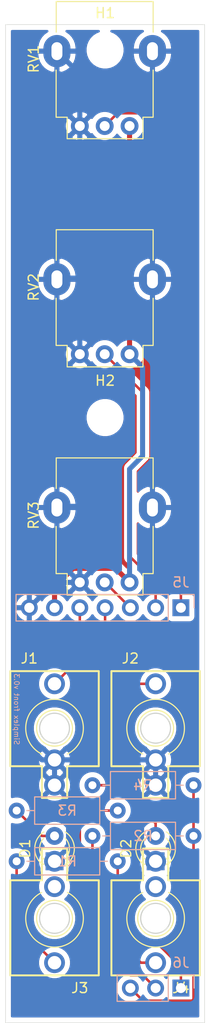
<source format=kicad_pcb>
(kicad_pcb (version 20171130) (host pcbnew "(5.1.10)-1")

  (general
    (thickness 1.6)
    (drawings 5)
    (tracks 87)
    (zones 0)
    (modules 17)
    (nets 17)
  )

  (page A4)
  (title_block
    (title "Simplex Front")
    (date 2021-08-12)
    (rev v0.3)
    (company "Free Modular")
  )

  (layers
    (0 F.Cu signal)
    (31 B.Cu signal)
    (32 B.Adhes user)
    (33 F.Adhes user)
    (34 B.Paste user)
    (35 F.Paste user)
    (36 B.SilkS user)
    (37 F.SilkS user)
    (38 B.Mask user)
    (39 F.Mask user)
    (40 Dwgs.User user)
    (41 Cmts.User user)
    (42 Eco1.User user)
    (43 Eco2.User user)
    (44 Edge.Cuts user)
    (45 Margin user)
    (46 B.CrtYd user)
    (47 F.CrtYd user)
    (48 B.Fab user hide)
    (49 F.Fab user hide)
  )

  (setup
    (last_trace_width 0.254)
    (trace_clearance 0.254)
    (zone_clearance 0.508)
    (zone_45_only no)
    (trace_min 0.2)
    (via_size 0.762)
    (via_drill 0.381)
    (via_min_size 0.4)
    (via_min_drill 0.3)
    (uvia_size 0.762)
    (uvia_drill 0.381)
    (uvias_allowed no)
    (uvia_min_size 0.2)
    (uvia_min_drill 0.1)
    (edge_width 0.05)
    (segment_width 0.2)
    (pcb_text_width 0.3)
    (pcb_text_size 1.5 1.5)
    (mod_edge_width 0.12)
    (mod_text_size 1 1)
    (mod_text_width 0.15)
    (pad_size 1.524 1.524)
    (pad_drill 0.762)
    (pad_to_mask_clearance 0)
    (aux_axis_origin 40 30)
    (grid_origin 40 30)
    (visible_elements 7FFFFFFF)
    (pcbplotparams
      (layerselection 0x010fc_ffffffff)
      (usegerberextensions true)
      (usegerberattributes false)
      (usegerberadvancedattributes false)
      (creategerberjobfile false)
      (excludeedgelayer true)
      (linewidth 0.100000)
      (plotframeref false)
      (viasonmask false)
      (mode 1)
      (useauxorigin false)
      (hpglpennumber 1)
      (hpglpenspeed 20)
      (hpglpendiameter 15.000000)
      (psnegative false)
      (psa4output false)
      (plotreference true)
      (plotvalue true)
      (plotinvisibletext false)
      (padsonsilk false)
      (subtractmaskfromsilk false)
      (outputformat 1)
      (mirror false)
      (drillshape 0)
      (scaleselection 1)
      (outputdirectory "../simplex_front_gerber/"))
  )

  (net 0 "")
  (net 1 SPEED_CV)
  (net 2 GND)
  (net 3 TEXTURE_CV)
  (net 4 OUT_A)
  (net 5 "Net-(J3-Pad2)")
  (net 6 OUT_B)
  (net 7 "Net-(J4-Pad2)")
  (net 8 "Net-(J3-Pad3)")
  (net 9 "Net-(J4-Pad3)")
  (net 10 SPEED_POT)
  (net 11 +5V)
  (net 12 TEXTURE_POT)
  (net 13 ATTEN_POT)
  (net 14 LED_A)
  (net 15 "Net-(D1-Pad2)")
  (net 16 "Net-(D2-Pad2)")

  (net_class Default "This is the default net class."
    (clearance 0.254)
    (trace_width 0.254)
    (via_dia 0.762)
    (via_drill 0.381)
    (uvia_dia 0.762)
    (uvia_drill 0.381)
    (add_net ATTEN_POT)
    (add_net LED_A)
    (add_net "Net-(D1-Pad2)")
    (add_net "Net-(D2-Pad2)")
    (add_net "Net-(J3-Pad2)")
    (add_net "Net-(J3-Pad3)")
    (add_net "Net-(J4-Pad2)")
    (add_net "Net-(J4-Pad3)")
    (add_net OUT_A)
    (add_net OUT_B)
    (add_net SPEED_CV)
    (add_net SPEED_POT)
    (add_net TEXTURE_CV)
    (add_net TEXTURE_POT)
  )

  (net_class Power ""
    (clearance 0.254)
    (trace_width 0.508)
    (via_dia 1.016)
    (via_drill 0.508)
    (uvia_dia 1.016)
    (uvia_drill 0.508)
    (add_net +5V)
    (add_net GND)
  )

  (module MountingHole:MountingHole_2.7mm (layer F.Cu) (tedit 56D1B4CB) (tstamp 61152E68)
    (at 40 69.37)
    (descr "Mounting Hole 2.7mm, no annular")
    (tags "mounting hole 2.7mm no annular")
    (path /61150EEB)
    (attr virtual)
    (fp_text reference H2 (at 0 -3.7) (layer F.SilkS)
      (effects (font (size 1 1) (thickness 0.15)))
    )
    (fp_text value MountingHole (at 0 3.7) (layer F.Fab)
      (effects (font (size 1 1) (thickness 0.15)))
    )
    (fp_circle (center 0 0) (end 2.95 0) (layer F.CrtYd) (width 0.05))
    (fp_circle (center 0 0) (end 2.7 0) (layer Cmts.User) (width 0.15))
    (fp_text user %R (at 0.3 0) (layer F.Fab)
      (effects (font (size 1 1) (thickness 0.15)))
    )
    (pad 1 np_thru_hole circle (at 0 0) (size 2.7 2.7) (drill 2.7) (layers *.Cu *.Mask))
  )

  (module MountingHole:MountingHole_2.7mm (layer F.Cu) (tedit 56D1B4CB) (tstamp 61152E60)
    (at 40 32.54)
    (descr "Mounting Hole 2.7mm, no annular")
    (tags "mounting hole 2.7mm no annular")
    (path /61150889)
    (attr virtual)
    (fp_text reference H1 (at 0 -3.7) (layer F.SilkS)
      (effects (font (size 1 1) (thickness 0.15)))
    )
    (fp_text value MountingHole (at 0 3.7) (layer F.Fab)
      (effects (font (size 1 1) (thickness 0.15)))
    )
    (fp_circle (center 0 0) (end 2.95 0) (layer F.CrtYd) (width 0.05))
    (fp_circle (center 0 0) (end 2.7 0) (layer Cmts.User) (width 0.15))
    (fp_text user %R (at 0.3 0) (layer F.Fab)
      (effects (font (size 1 1) (thickness 0.15)))
    )
    (pad 1 np_thru_hole circle (at 0 0) (size 2.7 2.7) (drill 2.7) (layers *.Cu *.Mask))
  )

  (module free_modular:THONKICONN_perf (layer F.Cu) (tedit 61141AD1) (tstamp 6114BB9C)
    (at 45.08 118.9 180)
    (path /611AB312)
    (fp_text reference J4 (at -2.54 -7.62) (layer F.SilkS)
      (effects (font (size 1 1) (thickness 0.15)))
    )
    (fp_text value THONKICONN (at 0 -5) (layer F.Fab)
      (effects (font (size 1 1) (thickness 0.15)))
    )
    (fp_line (start -5 6.35) (end 5 6.35) (layer F.CrtYd) (width 0.05))
    (fp_line (start -5 -6.985) (end 5 -6.985) (layer F.CrtYd) (width 0.05))
    (fp_circle (center 0 -0.635) (end -1.8 -0.635) (layer F.SilkS) (width 0.12))
    (fp_line (start 1.41 -0.175) (end 0.46 0.775) (layer Dwgs.User) (width 0.12))
    (fp_line (start 1.42 -1.03) (end -0.4 0.785) (layer Dwgs.User) (width 0.12))
    (fp_line (start 1.07 -1.645) (end -1.01 0.435) (layer Dwgs.User) (width 0.12))
    (fp_line (start 0.58 -1.985) (end -1.36 -0.045) (layer Dwgs.User) (width 0.12))
    (fp_line (start -0.09 -2.115) (end -1.48 -0.725) (layer Dwgs.User) (width 0.12))
    (fp_circle (center 0 -0.635) (end -1.5 -0.635) (layer Dwgs.User) (width 0.12))
    (fp_circle (center 0 -0.635) (end -1.5 -0.635) (layer Edge.Cuts) (width 0.12))
    (fp_circle (center 0 -0.635) (end 1.5 -0.635) (layer Eco2.User) (width 0.12))
    (fp_line (start 1.27 3.175) (end 4.445 3.175) (layer F.SilkS) (width 0.2))
    (fp_line (start -4.445 3.175) (end -1.27 3.175) (layer F.SilkS) (width 0.2))
    (fp_line (start -4.445 3.175) (end -4.445 -6.35) (layer F.SilkS) (width 0.2))
    (fp_line (start -4.445 -6.35) (end 4.445 -6.35) (layer F.SilkS) (width 0.2))
    (fp_line (start 4.445 -6.35) (end 4.445 3.175) (layer F.SilkS) (width 0.2))
    (fp_line (start 1.27 3.175) (end 1.27 6.35) (layer F.SilkS) (width 0.2))
    (fp_line (start 1.27 6.35) (end -1.27 6.35) (layer F.SilkS) (width 0.2))
    (fp_line (start -1.27 6.35) (end -1.27 3.175) (layer F.SilkS) (width 0.2))
    (fp_line (start 5 -6.985) (end 5 6.35) (layer F.CrtYd) (width 0.05))
    (fp_line (start -5 6.35) (end -5 -6.985) (layer F.CrtYd) (width 0.05))
    (fp_arc (start 0 -0.635) (end 0 -3.53) (angle -153.4) (layer F.SilkS) (width 0.12))
    (fp_arc (start 0 -0.635) (end 0 -3.53) (angle 153.4) (layer F.SilkS) (width 0.12))
    (fp_text user %R (at 4.5 -9.5) (layer F.Fab)
      (effects (font (size 1 1) (thickness 0.15)))
    )
    (pad 3 thru_hole circle (at 0 -5.08 270) (size 2.092 2.092) (drill 1.34) (layers *.Cu *.Mask)
      (net 9 "Net-(J4-Pad3)"))
    (pad 1 thru_hole circle (at 0 5.08 180) (size 2.092 2.092) (drill 1.34) (layers *.Cu *.Mask)
      (net 2 GND))
    (pad 2 thru_hole circle (at 0 2.54 180) (size 2.092 2.092) (drill 1.34) (layers *.Cu *.Mask)
      (net 7 "Net-(J4-Pad2)"))
    (model ${FREEMODULAR3D}/PJ301M-12.step
      (at (xyz 0 0 0))
      (scale (xyz 1 1 1))
      (rotate (xyz 0 0 0))
    )
  )

  (module free_modular:THONKICONN_perf (layer F.Cu) (tedit 61141AD1) (tstamp 6114BB7D)
    (at 34.92 118.9 180)
    (path /611AB308)
    (fp_text reference J3 (at -2.54 -7.62) (layer F.SilkS)
      (effects (font (size 1 1) (thickness 0.15)))
    )
    (fp_text value THONKICONN (at 0 -5) (layer F.Fab)
      (effects (font (size 1 1) (thickness 0.15)))
    )
    (fp_line (start -5 6.35) (end 5 6.35) (layer F.CrtYd) (width 0.05))
    (fp_line (start -5 -6.985) (end 5 -6.985) (layer F.CrtYd) (width 0.05))
    (fp_circle (center 0 -0.635) (end -1.8 -0.635) (layer F.SilkS) (width 0.12))
    (fp_line (start 1.41 -0.175) (end 0.46 0.775) (layer Dwgs.User) (width 0.12))
    (fp_line (start 1.42 -1.03) (end -0.4 0.785) (layer Dwgs.User) (width 0.12))
    (fp_line (start 1.07 -1.645) (end -1.01 0.435) (layer Dwgs.User) (width 0.12))
    (fp_line (start 0.58 -1.985) (end -1.36 -0.045) (layer Dwgs.User) (width 0.12))
    (fp_line (start -0.09 -2.115) (end -1.48 -0.725) (layer Dwgs.User) (width 0.12))
    (fp_circle (center 0 -0.635) (end -1.5 -0.635) (layer Dwgs.User) (width 0.12))
    (fp_circle (center 0 -0.635) (end -1.5 -0.635) (layer Edge.Cuts) (width 0.12))
    (fp_circle (center 0 -0.635) (end 1.5 -0.635) (layer Eco2.User) (width 0.12))
    (fp_line (start 1.27 3.175) (end 4.445 3.175) (layer F.SilkS) (width 0.2))
    (fp_line (start -4.445 3.175) (end -1.27 3.175) (layer F.SilkS) (width 0.2))
    (fp_line (start -4.445 3.175) (end -4.445 -6.35) (layer F.SilkS) (width 0.2))
    (fp_line (start -4.445 -6.35) (end 4.445 -6.35) (layer F.SilkS) (width 0.2))
    (fp_line (start 4.445 -6.35) (end 4.445 3.175) (layer F.SilkS) (width 0.2))
    (fp_line (start 1.27 3.175) (end 1.27 6.35) (layer F.SilkS) (width 0.2))
    (fp_line (start 1.27 6.35) (end -1.27 6.35) (layer F.SilkS) (width 0.2))
    (fp_line (start -1.27 6.35) (end -1.27 3.175) (layer F.SilkS) (width 0.2))
    (fp_line (start 5 -6.985) (end 5 6.35) (layer F.CrtYd) (width 0.05))
    (fp_line (start -5 6.35) (end -5 -6.985) (layer F.CrtYd) (width 0.05))
    (fp_arc (start 0 -0.635) (end 0 -3.53) (angle -153.4) (layer F.SilkS) (width 0.12))
    (fp_arc (start 0 -0.635) (end 0 -3.53) (angle 153.4) (layer F.SilkS) (width 0.12))
    (fp_text user %R (at 4.5 -9.5) (layer F.Fab)
      (effects (font (size 1 1) (thickness 0.15)))
    )
    (pad 3 thru_hole circle (at 0 -5.08 270) (size 2.092 2.092) (drill 1.34) (layers *.Cu *.Mask)
      (net 8 "Net-(J3-Pad3)"))
    (pad 1 thru_hole circle (at 0 5.08 180) (size 2.092 2.092) (drill 1.34) (layers *.Cu *.Mask)
      (net 2 GND))
    (pad 2 thru_hole circle (at 0 2.54 180) (size 2.092 2.092) (drill 1.34) (layers *.Cu *.Mask)
      (net 5 "Net-(J3-Pad2)"))
    (model ${FREEMODULAR3D}/PJ301M-12.step
      (at (xyz 0 0 0))
      (scale (xyz 1 1 1))
      (rotate (xyz 0 0 0))
    )
  )

  (module free_modular:THONKICONN_perf (layer F.Cu) (tedit 61141AD1) (tstamp 6114BB22)
    (at 34.92 101.12)
    (path /611A7C9F)
    (fp_text reference J1 (at -2.54 -7.62) (layer F.SilkS)
      (effects (font (size 1 1) (thickness 0.15)))
    )
    (fp_text value THONKICONN (at 0 -5) (layer F.Fab)
      (effects (font (size 1 1) (thickness 0.15)))
    )
    (fp_line (start -5 6.35) (end 5 6.35) (layer F.CrtYd) (width 0.05))
    (fp_line (start -5 -6.985) (end 5 -6.985) (layer F.CrtYd) (width 0.05))
    (fp_circle (center 0 -0.635) (end -1.8 -0.635) (layer F.SilkS) (width 0.12))
    (fp_line (start 1.41 -0.175) (end 0.46 0.775) (layer Dwgs.User) (width 0.12))
    (fp_line (start 1.42 -1.03) (end -0.4 0.785) (layer Dwgs.User) (width 0.12))
    (fp_line (start 1.07 -1.645) (end -1.01 0.435) (layer Dwgs.User) (width 0.12))
    (fp_line (start 0.58 -1.985) (end -1.36 -0.045) (layer Dwgs.User) (width 0.12))
    (fp_line (start -0.09 -2.115) (end -1.48 -0.725) (layer Dwgs.User) (width 0.12))
    (fp_circle (center 0 -0.635) (end -1.5 -0.635) (layer Dwgs.User) (width 0.12))
    (fp_circle (center 0 -0.635) (end -1.5 -0.635) (layer Edge.Cuts) (width 0.12))
    (fp_circle (center 0 -0.635) (end 1.5 -0.635) (layer Eco2.User) (width 0.12))
    (fp_line (start 1.27 3.175) (end 4.445 3.175) (layer F.SilkS) (width 0.2))
    (fp_line (start -4.445 3.175) (end -1.27 3.175) (layer F.SilkS) (width 0.2))
    (fp_line (start -4.445 3.175) (end -4.445 -6.35) (layer F.SilkS) (width 0.2))
    (fp_line (start -4.445 -6.35) (end 4.445 -6.35) (layer F.SilkS) (width 0.2))
    (fp_line (start 4.445 -6.35) (end 4.445 3.175) (layer F.SilkS) (width 0.2))
    (fp_line (start 1.27 3.175) (end 1.27 6.35) (layer F.SilkS) (width 0.2))
    (fp_line (start 1.27 6.35) (end -1.27 6.35) (layer F.SilkS) (width 0.2))
    (fp_line (start -1.27 6.35) (end -1.27 3.175) (layer F.SilkS) (width 0.2))
    (fp_line (start 5 -6.985) (end 5 6.35) (layer F.CrtYd) (width 0.05))
    (fp_line (start -5 6.35) (end -5 -6.985) (layer F.CrtYd) (width 0.05))
    (fp_arc (start 0 -0.635) (end 0 -3.53) (angle -153.4) (layer F.SilkS) (width 0.12))
    (fp_arc (start 0 -0.635) (end 0 -3.53) (angle 153.4) (layer F.SilkS) (width 0.12))
    (fp_text user %R (at 4.5 -9.5) (layer F.Fab)
      (effects (font (size 1 1) (thickness 0.15)))
    )
    (pad 3 thru_hole circle (at 0 -5.08 90) (size 2.092 2.092) (drill 1.34) (layers *.Cu *.Mask)
      (net 1 SPEED_CV))
    (pad 1 thru_hole circle (at 0 5.08) (size 2.092 2.092) (drill 1.34) (layers *.Cu *.Mask)
      (net 2 GND))
    (pad 2 thru_hole circle (at 0 2.54) (size 2.092 2.092) (drill 1.34) (layers *.Cu *.Mask)
      (net 2 GND))
    (model ${FREEMODULAR3D}/PJ301M-12.step
      (at (xyz 0 0 0))
      (scale (xyz 1 1 1))
      (rotate (xyz 0 0 0))
    )
  )

  (module free_modular:THONKICONN_perf (layer F.Cu) (tedit 61141AD1) (tstamp 61145215)
    (at 45.08 101.12)
    (path /611A821D)
    (fp_text reference J2 (at -2.54 -7.62) (layer F.SilkS)
      (effects (font (size 1 1) (thickness 0.15)))
    )
    (fp_text value THONKICONN (at 0 -5) (layer F.Fab)
      (effects (font (size 1 1) (thickness 0.15)))
    )
    (fp_line (start -5 6.35) (end 5 6.35) (layer F.CrtYd) (width 0.05))
    (fp_line (start -5 -6.985) (end 5 -6.985) (layer F.CrtYd) (width 0.05))
    (fp_circle (center 0 -0.635) (end -1.8 -0.635) (layer F.SilkS) (width 0.12))
    (fp_line (start 1.41 -0.175) (end 0.46 0.775) (layer Dwgs.User) (width 0.12))
    (fp_line (start 1.42 -1.03) (end -0.4 0.785) (layer Dwgs.User) (width 0.12))
    (fp_line (start 1.07 -1.645) (end -1.01 0.435) (layer Dwgs.User) (width 0.12))
    (fp_line (start 0.58 -1.985) (end -1.36 -0.045) (layer Dwgs.User) (width 0.12))
    (fp_line (start -0.09 -2.115) (end -1.48 -0.725) (layer Dwgs.User) (width 0.12))
    (fp_circle (center 0 -0.635) (end -1.5 -0.635) (layer Dwgs.User) (width 0.12))
    (fp_circle (center 0 -0.635) (end -1.5 -0.635) (layer Edge.Cuts) (width 0.12))
    (fp_circle (center 0 -0.635) (end 1.5 -0.635) (layer Eco2.User) (width 0.12))
    (fp_line (start 1.27 3.175) (end 4.445 3.175) (layer F.SilkS) (width 0.2))
    (fp_line (start -4.445 3.175) (end -1.27 3.175) (layer F.SilkS) (width 0.2))
    (fp_line (start -4.445 3.175) (end -4.445 -6.35) (layer F.SilkS) (width 0.2))
    (fp_line (start -4.445 -6.35) (end 4.445 -6.35) (layer F.SilkS) (width 0.2))
    (fp_line (start 4.445 -6.35) (end 4.445 3.175) (layer F.SilkS) (width 0.2))
    (fp_line (start 1.27 3.175) (end 1.27 6.35) (layer F.SilkS) (width 0.2))
    (fp_line (start 1.27 6.35) (end -1.27 6.35) (layer F.SilkS) (width 0.2))
    (fp_line (start -1.27 6.35) (end -1.27 3.175) (layer F.SilkS) (width 0.2))
    (fp_line (start 5 -6.985) (end 5 6.35) (layer F.CrtYd) (width 0.05))
    (fp_line (start -5 6.35) (end -5 -6.985) (layer F.CrtYd) (width 0.05))
    (fp_arc (start 0 -0.635) (end 0 -3.53) (angle -153.4) (layer F.SilkS) (width 0.12))
    (fp_arc (start 0 -0.635) (end 0 -3.53) (angle 153.4) (layer F.SilkS) (width 0.12))
    (fp_text user %R (at 4.5 -9.5) (layer F.Fab)
      (effects (font (size 1 1) (thickness 0.15)))
    )
    (pad 3 thru_hole circle (at 0 -5.08 90) (size 2.092 2.092) (drill 1.34) (layers *.Cu *.Mask)
      (net 3 TEXTURE_CV))
    (pad 1 thru_hole circle (at 0 5.08) (size 2.092 2.092) (drill 1.34) (layers *.Cu *.Mask)
      (net 2 GND))
    (pad 2 thru_hole circle (at 0 2.54) (size 2.092 2.092) (drill 1.34) (layers *.Cu *.Mask)
      (net 2 GND))
    (model ${FREEMODULAR3D}/PJ301M-12.step
      (at (xyz 0 0 0))
      (scale (xyz 1 1 1))
      (rotate (xyz 0 0 0))
    )
  )

  (module LED_THT:LED_D3.0mm (layer F.Cu) (tedit 587A3A7B) (tstamp 61147D1D)
    (at 45.08 113.82 90)
    (descr "LED, diameter 3.0mm, 2 pins")
    (tags "LED diameter 3.0mm 2 pins")
    (path /611D2A65)
    (fp_text reference D2 (at 1.27 -2.96 90) (layer F.SilkS)
      (effects (font (size 1 1) (thickness 0.15)))
    )
    (fp_text value LED (at 1.27 2.96 90) (layer F.Fab)
      (effects (font (size 1 1) (thickness 0.15)))
    )
    (fp_line (start 3.7 -2.25) (end -1.15 -2.25) (layer F.CrtYd) (width 0.05))
    (fp_line (start 3.7 2.25) (end 3.7 -2.25) (layer F.CrtYd) (width 0.05))
    (fp_line (start -1.15 2.25) (end 3.7 2.25) (layer F.CrtYd) (width 0.05))
    (fp_line (start -1.15 -2.25) (end -1.15 2.25) (layer F.CrtYd) (width 0.05))
    (fp_line (start -0.29 1.08) (end -0.29 1.236) (layer F.SilkS) (width 0.12))
    (fp_line (start -0.29 -1.236) (end -0.29 -1.08) (layer F.SilkS) (width 0.12))
    (fp_line (start -0.23 -1.16619) (end -0.23 1.16619) (layer F.Fab) (width 0.1))
    (fp_circle (center 1.27 0) (end 2.77 0) (layer F.Fab) (width 0.1))
    (fp_arc (start 1.27 0) (end 0.229039 1.08) (angle -87.9) (layer F.SilkS) (width 0.12))
    (fp_arc (start 1.27 0) (end 0.229039 -1.08) (angle 87.9) (layer F.SilkS) (width 0.12))
    (fp_arc (start 1.27 0) (end -0.29 1.235516) (angle -108.8) (layer F.SilkS) (width 0.12))
    (fp_arc (start 1.27 0) (end -0.29 -1.235516) (angle 108.8) (layer F.SilkS) (width 0.12))
    (fp_arc (start 1.27 0) (end -0.23 -1.16619) (angle 284.3) (layer F.Fab) (width 0.1))
    (pad 2 thru_hole circle (at 2.54 0 90) (size 1.8 1.8) (drill 0.9) (layers *.Cu *.Mask)
      (net 16 "Net-(D2-Pad2)"))
    (pad 1 thru_hole rect (at 0 0 90) (size 1.8 1.8) (drill 0.9) (layers *.Cu *.Mask)
      (net 2 GND))
    (model ${KISYS3DMOD}/LED_THT.3dshapes/LED_D3.0mm.wrl
      (at (xyz 0 0 0))
      (scale (xyz 1 1 1))
      (rotate (xyz 0 0 0))
    )
  )

  (module LED_THT:LED_D3.0mm (layer F.Cu) (tedit 587A3A7B) (tstamp 61147D0A)
    (at 34.92 113.82 90)
    (descr "LED, diameter 3.0mm, 2 pins")
    (tags "LED diameter 3.0mm 2 pins")
    (path /611D1BE4)
    (fp_text reference D1 (at 1.27 -2.96 90) (layer F.SilkS)
      (effects (font (size 1 1) (thickness 0.15)))
    )
    (fp_text value LED (at 1.27 2.96 90) (layer F.Fab)
      (effects (font (size 1 1) (thickness 0.15)))
    )
    (fp_line (start 3.7 -2.25) (end -1.15 -2.25) (layer F.CrtYd) (width 0.05))
    (fp_line (start 3.7 2.25) (end 3.7 -2.25) (layer F.CrtYd) (width 0.05))
    (fp_line (start -1.15 2.25) (end 3.7 2.25) (layer F.CrtYd) (width 0.05))
    (fp_line (start -1.15 -2.25) (end -1.15 2.25) (layer F.CrtYd) (width 0.05))
    (fp_line (start -0.29 1.08) (end -0.29 1.236) (layer F.SilkS) (width 0.12))
    (fp_line (start -0.29 -1.236) (end -0.29 -1.08) (layer F.SilkS) (width 0.12))
    (fp_line (start -0.23 -1.16619) (end -0.23 1.16619) (layer F.Fab) (width 0.1))
    (fp_circle (center 1.27 0) (end 2.77 0) (layer F.Fab) (width 0.1))
    (fp_arc (start 1.27 0) (end 0.229039 1.08) (angle -87.9) (layer F.SilkS) (width 0.12))
    (fp_arc (start 1.27 0) (end 0.229039 -1.08) (angle 87.9) (layer F.SilkS) (width 0.12))
    (fp_arc (start 1.27 0) (end -0.29 1.235516) (angle -108.8) (layer F.SilkS) (width 0.12))
    (fp_arc (start 1.27 0) (end -0.29 -1.235516) (angle 108.8) (layer F.SilkS) (width 0.12))
    (fp_arc (start 1.27 0) (end -0.23 -1.16619) (angle 284.3) (layer F.Fab) (width 0.1))
    (pad 2 thru_hole circle (at 2.54 0 90) (size 1.8 1.8) (drill 0.9) (layers *.Cu *.Mask)
      (net 15 "Net-(D1-Pad2)"))
    (pad 1 thru_hole rect (at 0 0 90) (size 1.8 1.8) (drill 0.9) (layers *.Cu *.Mask)
      (net 2 GND))
    (model ${KISYS3DMOD}/LED_THT.3dshapes/LED_D3.0mm.wrl
      (at (xyz 0 0 0))
      (scale (xyz 1 1 1))
      (rotate (xyz 0 0 0))
    )
  )

  (module Resistor_THT:R_Axial_DIN0207_L6.3mm_D2.5mm_P10.16mm_Horizontal (layer B.Cu) (tedit 5AE5139B) (tstamp 61147714)
    (at 38.73 106.2)
    (descr "Resistor, Axial_DIN0207 series, Axial, Horizontal, pin pitch=10.16mm, 0.25W = 1/4W, length*diameter=6.3*2.5mm^2, http://cdn-reichelt.de/documents/datenblatt/B400/1_4W%23YAG.pdf")
    (tags "Resistor Axial_DIN0207 series Axial Horizontal pin pitch 10.16mm 0.25W = 1/4W length 6.3mm diameter 2.5mm")
    (path /611CF74E)
    (fp_text reference R4 (at 5.08 0) (layer B.SilkS)
      (effects (font (size 1 1) (thickness 0.15)) (justify mirror))
    )
    (fp_text value 5.1kΩ (at 5.08 -2.37) (layer B.Fab)
      (effects (font (size 1 1) (thickness 0.15)) (justify mirror))
    )
    (fp_line (start 11.21 1.5) (end -1.05 1.5) (layer B.CrtYd) (width 0.05))
    (fp_line (start 11.21 -1.5) (end 11.21 1.5) (layer B.CrtYd) (width 0.05))
    (fp_line (start -1.05 -1.5) (end 11.21 -1.5) (layer B.CrtYd) (width 0.05))
    (fp_line (start -1.05 1.5) (end -1.05 -1.5) (layer B.CrtYd) (width 0.05))
    (fp_line (start 9.12 0) (end 8.35 0) (layer B.SilkS) (width 0.12))
    (fp_line (start 1.04 0) (end 1.81 0) (layer B.SilkS) (width 0.12))
    (fp_line (start 8.35 1.37) (end 1.81 1.37) (layer B.SilkS) (width 0.12))
    (fp_line (start 8.35 -1.37) (end 8.35 1.37) (layer B.SilkS) (width 0.12))
    (fp_line (start 1.81 -1.37) (end 8.35 -1.37) (layer B.SilkS) (width 0.12))
    (fp_line (start 1.81 1.37) (end 1.81 -1.37) (layer B.SilkS) (width 0.12))
    (fp_line (start 10.16 0) (end 8.23 0) (layer B.Fab) (width 0.1))
    (fp_line (start 0 0) (end 1.93 0) (layer B.Fab) (width 0.1))
    (fp_line (start 8.23 1.25) (end 1.93 1.25) (layer B.Fab) (width 0.1))
    (fp_line (start 8.23 -1.25) (end 8.23 1.25) (layer B.Fab) (width 0.1))
    (fp_line (start 1.93 -1.25) (end 8.23 -1.25) (layer B.Fab) (width 0.1))
    (fp_line (start 1.93 1.25) (end 1.93 -1.25) (layer B.Fab) (width 0.1))
    (fp_text user %R (at 5.08 0) (layer B.Fab)
      (effects (font (size 1 1) (thickness 0.15)) (justify mirror))
    )
    (pad 2 thru_hole oval (at 10.16 0) (size 1.6 1.6) (drill 0.8) (layers *.Cu *.Mask)
      (net 6 OUT_B))
    (pad 1 thru_hole circle (at 0 0) (size 1.6 1.6) (drill 0.8) (layers *.Cu *.Mask)
      (net 16 "Net-(D2-Pad2)"))
    (model ${KISYS3DMOD}/Resistor_THT.3dshapes/R_Axial_DIN0207_L6.3mm_D2.5mm_P10.16mm_Horizontal.wrl
      (at (xyz 0 0 0))
      (scale (xyz 1 1 1))
      (rotate (xyz 0 0 0))
    )
  )

  (module Resistor_THT:R_Axial_DIN0207_L6.3mm_D2.5mm_P10.16mm_Horizontal (layer B.Cu) (tedit 5AE5139B) (tstamp 611476FD)
    (at 31.11 108.74)
    (descr "Resistor, Axial_DIN0207 series, Axial, Horizontal, pin pitch=10.16mm, 0.25W = 1/4W, length*diameter=6.3*2.5mm^2, http://cdn-reichelt.de/documents/datenblatt/B400/1_4W%23YAG.pdf")
    (tags "Resistor Axial_DIN0207 series Axial Horizontal pin pitch 10.16mm 0.25W = 1/4W length 6.3mm diameter 2.5mm")
    (path /611CF744)
    (fp_text reference R3 (at 5.08 0) (layer B.SilkS)
      (effects (font (size 1 1) (thickness 0.15)) (justify mirror))
    )
    (fp_text value 5.1kΩ (at 5.08 -2.37) (layer B.Fab)
      (effects (font (size 1 1) (thickness 0.15)) (justify mirror))
    )
    (fp_line (start 11.21 1.5) (end -1.05 1.5) (layer B.CrtYd) (width 0.05))
    (fp_line (start 11.21 -1.5) (end 11.21 1.5) (layer B.CrtYd) (width 0.05))
    (fp_line (start -1.05 -1.5) (end 11.21 -1.5) (layer B.CrtYd) (width 0.05))
    (fp_line (start -1.05 1.5) (end -1.05 -1.5) (layer B.CrtYd) (width 0.05))
    (fp_line (start 9.12 0) (end 8.35 0) (layer B.SilkS) (width 0.12))
    (fp_line (start 1.04 0) (end 1.81 0) (layer B.SilkS) (width 0.12))
    (fp_line (start 8.35 1.37) (end 1.81 1.37) (layer B.SilkS) (width 0.12))
    (fp_line (start 8.35 -1.37) (end 8.35 1.37) (layer B.SilkS) (width 0.12))
    (fp_line (start 1.81 -1.37) (end 8.35 -1.37) (layer B.SilkS) (width 0.12))
    (fp_line (start 1.81 1.37) (end 1.81 -1.37) (layer B.SilkS) (width 0.12))
    (fp_line (start 10.16 0) (end 8.23 0) (layer B.Fab) (width 0.1))
    (fp_line (start 0 0) (end 1.93 0) (layer B.Fab) (width 0.1))
    (fp_line (start 8.23 1.25) (end 1.93 1.25) (layer B.Fab) (width 0.1))
    (fp_line (start 8.23 -1.25) (end 8.23 1.25) (layer B.Fab) (width 0.1))
    (fp_line (start 1.93 -1.25) (end 8.23 -1.25) (layer B.Fab) (width 0.1))
    (fp_line (start 1.93 1.25) (end 1.93 -1.25) (layer B.Fab) (width 0.1))
    (fp_text user %R (at 5.08 0) (layer B.Fab)
      (effects (font (size 1 1) (thickness 0.15)) (justify mirror))
    )
    (pad 2 thru_hole oval (at 10.16 0) (size 1.6 1.6) (drill 0.8) (layers *.Cu *.Mask)
      (net 14 LED_A))
    (pad 1 thru_hole circle (at 0 0) (size 1.6 1.6) (drill 0.8) (layers *.Cu *.Mask)
      (net 15 "Net-(D1-Pad2)"))
    (model ${KISYS3DMOD}/Resistor_THT.3dshapes/R_Axial_DIN0207_L6.3mm_D2.5mm_P10.16mm_Horizontal.wrl
      (at (xyz 0 0 0))
      (scale (xyz 1 1 1))
      (rotate (xyz 0 0 0))
    )
  )

  (module Resistor_THT:R_Axial_DIN0207_L6.3mm_D2.5mm_P10.16mm_Horizontal (layer B.Cu) (tedit 5AE5139B) (tstamp 611476E6)
    (at 38.73 111.28)
    (descr "Resistor, Axial_DIN0207 series, Axial, Horizontal, pin pitch=10.16mm, 0.25W = 1/4W, length*diameter=6.3*2.5mm^2, http://cdn-reichelt.de/documents/datenblatt/B400/1_4W%23YAG.pdf")
    (tags "Resistor Axial_DIN0207 series Axial Horizontal pin pitch 10.16mm 0.25W = 1/4W length 6.3mm diameter 2.5mm")
    (path /611CE01C)
    (fp_text reference R2 (at 5.08 0) (layer B.SilkS)
      (effects (font (size 1 1) (thickness 0.15)) (justify mirror))
    )
    (fp_text value 1kΩ (at 5.08 -2.37) (layer B.Fab)
      (effects (font (size 1 1) (thickness 0.15)) (justify mirror))
    )
    (fp_line (start 11.21 1.5) (end -1.05 1.5) (layer B.CrtYd) (width 0.05))
    (fp_line (start 11.21 -1.5) (end 11.21 1.5) (layer B.CrtYd) (width 0.05))
    (fp_line (start -1.05 -1.5) (end 11.21 -1.5) (layer B.CrtYd) (width 0.05))
    (fp_line (start -1.05 1.5) (end -1.05 -1.5) (layer B.CrtYd) (width 0.05))
    (fp_line (start 9.12 0) (end 8.35 0) (layer B.SilkS) (width 0.12))
    (fp_line (start 1.04 0) (end 1.81 0) (layer B.SilkS) (width 0.12))
    (fp_line (start 8.35 1.37) (end 1.81 1.37) (layer B.SilkS) (width 0.12))
    (fp_line (start 8.35 -1.37) (end 8.35 1.37) (layer B.SilkS) (width 0.12))
    (fp_line (start 1.81 -1.37) (end 8.35 -1.37) (layer B.SilkS) (width 0.12))
    (fp_line (start 1.81 1.37) (end 1.81 -1.37) (layer B.SilkS) (width 0.12))
    (fp_line (start 10.16 0) (end 8.23 0) (layer B.Fab) (width 0.1))
    (fp_line (start 0 0) (end 1.93 0) (layer B.Fab) (width 0.1))
    (fp_line (start 8.23 1.25) (end 1.93 1.25) (layer B.Fab) (width 0.1))
    (fp_line (start 8.23 -1.25) (end 8.23 1.25) (layer B.Fab) (width 0.1))
    (fp_line (start 1.93 -1.25) (end 8.23 -1.25) (layer B.Fab) (width 0.1))
    (fp_line (start 1.93 1.25) (end 1.93 -1.25) (layer B.Fab) (width 0.1))
    (fp_text user %R (at 5.08 0) (layer B.Fab)
      (effects (font (size 1 1) (thickness 0.15)) (justify mirror))
    )
    (pad 2 thru_hole oval (at 10.16 0) (size 1.6 1.6) (drill 0.8) (layers *.Cu *.Mask)
      (net 6 OUT_B))
    (pad 1 thru_hole circle (at 0 0) (size 1.6 1.6) (drill 0.8) (layers *.Cu *.Mask)
      (net 9 "Net-(J4-Pad3)"))
    (model ${KISYS3DMOD}/Resistor_THT.3dshapes/R_Axial_DIN0207_L6.3mm_D2.5mm_P10.16mm_Horizontal.wrl
      (at (xyz 0 0 0))
      (scale (xyz 1 1 1))
      (rotate (xyz 0 0 0))
    )
  )

  (module Resistor_THT:R_Axial_DIN0207_L6.3mm_D2.5mm_P10.16mm_Horizontal (layer B.Cu) (tedit 5AE5139B) (tstamp 611476CF)
    (at 31.11 113.82)
    (descr "Resistor, Axial_DIN0207 series, Axial, Horizontal, pin pitch=10.16mm, 0.25W = 1/4W, length*diameter=6.3*2.5mm^2, http://cdn-reichelt.de/documents/datenblatt/B400/1_4W%23YAG.pdf")
    (tags "Resistor Axial_DIN0207 series Axial Horizontal pin pitch 10.16mm 0.25W = 1/4W length 6.3mm diameter 2.5mm")
    (path /611CD2CD)
    (fp_text reference R1 (at 5.08 0) (layer B.SilkS)
      (effects (font (size 1 1) (thickness 0.15)) (justify mirror))
    )
    (fp_text value 1kΩ (at 5.08 -2.37) (layer B.Fab)
      (effects (font (size 1 1) (thickness 0.15)) (justify mirror))
    )
    (fp_line (start 11.21 1.5) (end -1.05 1.5) (layer B.CrtYd) (width 0.05))
    (fp_line (start 11.21 -1.5) (end 11.21 1.5) (layer B.CrtYd) (width 0.05))
    (fp_line (start -1.05 -1.5) (end 11.21 -1.5) (layer B.CrtYd) (width 0.05))
    (fp_line (start -1.05 1.5) (end -1.05 -1.5) (layer B.CrtYd) (width 0.05))
    (fp_line (start 9.12 0) (end 8.35 0) (layer B.SilkS) (width 0.12))
    (fp_line (start 1.04 0) (end 1.81 0) (layer B.SilkS) (width 0.12))
    (fp_line (start 8.35 1.37) (end 1.81 1.37) (layer B.SilkS) (width 0.12))
    (fp_line (start 8.35 -1.37) (end 8.35 1.37) (layer B.SilkS) (width 0.12))
    (fp_line (start 1.81 -1.37) (end 8.35 -1.37) (layer B.SilkS) (width 0.12))
    (fp_line (start 1.81 1.37) (end 1.81 -1.37) (layer B.SilkS) (width 0.12))
    (fp_line (start 10.16 0) (end 8.23 0) (layer B.Fab) (width 0.1))
    (fp_line (start 0 0) (end 1.93 0) (layer B.Fab) (width 0.1))
    (fp_line (start 8.23 1.25) (end 1.93 1.25) (layer B.Fab) (width 0.1))
    (fp_line (start 8.23 -1.25) (end 8.23 1.25) (layer B.Fab) (width 0.1))
    (fp_line (start 1.93 -1.25) (end 8.23 -1.25) (layer B.Fab) (width 0.1))
    (fp_line (start 1.93 1.25) (end 1.93 -1.25) (layer B.Fab) (width 0.1))
    (fp_text user %R (at 5.08 0) (layer B.Fab)
      (effects (font (size 1 1) (thickness 0.15)) (justify mirror))
    )
    (pad 2 thru_hole oval (at 10.16 0) (size 1.6 1.6) (drill 0.8) (layers *.Cu *.Mask)
      (net 4 OUT_A))
    (pad 1 thru_hole circle (at 0 0) (size 1.6 1.6) (drill 0.8) (layers *.Cu *.Mask)
      (net 8 "Net-(J3-Pad3)"))
    (model ${KISYS3DMOD}/Resistor_THT.3dshapes/R_Axial_DIN0207_L6.3mm_D2.5mm_P10.16mm_Horizontal.wrl
      (at (xyz 0 0 0))
      (scale (xyz 1 1 1))
      (rotate (xyz 0 0 0))
    )
  )

  (module Connector_PinSocket_2.54mm:PinSocket_1x03_P2.54mm_Vertical (layer B.Cu) (tedit 5A19A429) (tstamp 611476B8)
    (at 47.62 126.52 90)
    (descr "Through hole straight socket strip, 1x03, 2.54mm pitch, single row (from Kicad 4.0.7), script generated")
    (tags "Through hole socket strip THT 1x03 2.54mm single row")
    (path /611E71AE)
    (fp_text reference J6 (at 2.54 0) (layer B.SilkS)
      (effects (font (size 1 1) (thickness 0.15)) (justify mirror))
    )
    (fp_text value Conn_01x03_Female (at 0 -7.85 270) (layer B.Fab)
      (effects (font (size 1 1) (thickness 0.15)) (justify mirror))
    )
    (fp_line (start -1.8 -6.85) (end -1.8 1.8) (layer B.CrtYd) (width 0.05))
    (fp_line (start 1.75 -6.85) (end -1.8 -6.85) (layer B.CrtYd) (width 0.05))
    (fp_line (start 1.75 1.8) (end 1.75 -6.85) (layer B.CrtYd) (width 0.05))
    (fp_line (start -1.8 1.8) (end 1.75 1.8) (layer B.CrtYd) (width 0.05))
    (fp_line (start 0 1.33) (end 1.33 1.33) (layer B.SilkS) (width 0.12))
    (fp_line (start 1.33 1.33) (end 1.33 0) (layer B.SilkS) (width 0.12))
    (fp_line (start 1.33 -1.27) (end 1.33 -6.41) (layer B.SilkS) (width 0.12))
    (fp_line (start -1.33 -6.41) (end 1.33 -6.41) (layer B.SilkS) (width 0.12))
    (fp_line (start -1.33 -1.27) (end -1.33 -6.41) (layer B.SilkS) (width 0.12))
    (fp_line (start -1.33 -1.27) (end 1.33 -1.27) (layer B.SilkS) (width 0.12))
    (fp_line (start -1.27 -6.35) (end -1.27 1.27) (layer B.Fab) (width 0.1))
    (fp_line (start 1.27 -6.35) (end -1.27 -6.35) (layer B.Fab) (width 0.1))
    (fp_line (start 1.27 0.635) (end 1.27 -6.35) (layer B.Fab) (width 0.1))
    (fp_line (start 0.635 1.27) (end 1.27 0.635) (layer B.Fab) (width 0.1))
    (fp_line (start -1.27 1.27) (end 0.635 1.27) (layer B.Fab) (width 0.1))
    (fp_text user %R (at 0 -2.54) (layer B.Fab)
      (effects (font (size 1 1) (thickness 0.15)) (justify mirror))
    )
    (pad 3 thru_hole oval (at 0 -5.08 90) (size 1.7 1.7) (drill 1) (layers *.Cu *.Mask)
      (net 6 OUT_B))
    (pad 2 thru_hole oval (at 0 -2.54 90) (size 1.7 1.7) (drill 1) (layers *.Cu *.Mask)
      (net 14 LED_A))
    (pad 1 thru_hole rect (at 0 0 90) (size 1.7 1.7) (drill 1) (layers *.Cu *.Mask)
      (net 4 OUT_A))
    (model ${KISYS3DMOD}/Connector_PinSocket_2.54mm.3dshapes/PinSocket_1x03_P2.54mm_Vertical.wrl
      (at (xyz 0 0 0))
      (scale (xyz 1 1 1))
      (rotate (xyz 0 0 0))
    )
  )

  (module Connector_PinSocket_2.54mm:PinSocket_1x07_P2.54mm_Vertical (layer B.Cu) (tedit 5A19A433) (tstamp 611476A1)
    (at 47.62 88.42 90)
    (descr "Through hole straight socket strip, 1x07, 2.54mm pitch, single row (from Kicad 4.0.7), script generated")
    (tags "Through hole socket strip THT 1x07 2.54mm single row")
    (path /611E7B3A)
    (fp_text reference J5 (at 2.54 0) (layer B.SilkS)
      (effects (font (size 1 1) (thickness 0.15)) (justify mirror))
    )
    (fp_text value Conn_01x07_Female (at 0 -18.01 -90) (layer B.Fab)
      (effects (font (size 1 1) (thickness 0.15)) (justify mirror))
    )
    (fp_line (start -1.8 -17) (end -1.8 1.8) (layer B.CrtYd) (width 0.05))
    (fp_line (start 1.75 -17) (end -1.8 -17) (layer B.CrtYd) (width 0.05))
    (fp_line (start 1.75 1.8) (end 1.75 -17) (layer B.CrtYd) (width 0.05))
    (fp_line (start -1.8 1.8) (end 1.75 1.8) (layer B.CrtYd) (width 0.05))
    (fp_line (start 0 1.33) (end 1.33 1.33) (layer B.SilkS) (width 0.12))
    (fp_line (start 1.33 1.33) (end 1.33 0) (layer B.SilkS) (width 0.12))
    (fp_line (start 1.33 -1.27) (end 1.33 -16.57) (layer B.SilkS) (width 0.12))
    (fp_line (start -1.33 -16.57) (end 1.33 -16.57) (layer B.SilkS) (width 0.12))
    (fp_line (start -1.33 -1.27) (end -1.33 -16.57) (layer B.SilkS) (width 0.12))
    (fp_line (start -1.33 -1.27) (end 1.33 -1.27) (layer B.SilkS) (width 0.12))
    (fp_line (start -1.27 -16.51) (end -1.27 1.27) (layer B.Fab) (width 0.1))
    (fp_line (start 1.27 -16.51) (end -1.27 -16.51) (layer B.Fab) (width 0.1))
    (fp_line (start 1.27 0.635) (end 1.27 -16.51) (layer B.Fab) (width 0.1))
    (fp_line (start 0.635 1.27) (end 1.27 0.635) (layer B.Fab) (width 0.1))
    (fp_line (start -1.27 1.27) (end 0.635 1.27) (layer B.Fab) (width 0.1))
    (fp_text user %R (at 0 -7.62) (layer B.Fab)
      (effects (font (size 1 1) (thickness 0.15)) (justify mirror))
    )
    (pad 7 thru_hole oval (at 0 -15.24 90) (size 1.7 1.7) (drill 1) (layers *.Cu *.Mask)
      (net 2 GND))
    (pad 6 thru_hole oval (at 0 -12.7 90) (size 1.7 1.7) (drill 1) (layers *.Cu *.Mask)
      (net 11 +5V))
    (pad 5 thru_hole oval (at 0 -10.16 90) (size 1.7 1.7) (drill 1) (layers *.Cu *.Mask)
      (net 1 SPEED_CV))
    (pad 4 thru_hole oval (at 0 -7.62 90) (size 1.7 1.7) (drill 1) (layers *.Cu *.Mask)
      (net 3 TEXTURE_CV))
    (pad 3 thru_hole oval (at 0 -5.08 90) (size 1.7 1.7) (drill 1) (layers *.Cu *.Mask)
      (net 13 ATTEN_POT))
    (pad 2 thru_hole oval (at 0 -2.54 90) (size 1.7 1.7) (drill 1) (layers *.Cu *.Mask)
      (net 12 TEXTURE_POT))
    (pad 1 thru_hole rect (at 0 0 90) (size 1.7 1.7) (drill 1) (layers *.Cu *.Mask)
      (net 10 SPEED_POT))
    (model ${KISYS3DMOD}/Connector_PinSocket_2.54mm.3dshapes/PinSocket_1x07_P2.54mm_Vertical.wrl
      (at (xyz 0 0 0))
      (scale (xyz 1 1 1))
      (rotate (xyz 0 0 0))
    )
  )

  (module free_modular:Alpha_Potentiometer_Grounded (layer F.Cu) (tedit 61140743) (tstamp 61147046)
    (at 37.46 85.88 90)
    (descr "Potentiometer, vertical, 9mm, single, http://www.taiwanalpha.com.tw/downloads?target=products&id=113")
    (tags "potentiometer vertical 9mm single")
    (path /611C2E9F)
    (fp_text reference RV3 (at 6.71 -4.64 270) (layer F.SilkS)
      (effects (font (size 1 1) (thickness 0.15)))
    )
    (fp_text value R_POT_MountingPin (at 0 9.86 270) (layer F.Fab)
      (effects (font (size 1 1) (thickness 0.15)))
    )
    (fp_line (start -1.15 8.91) (end 12.6 8.91) (layer F.CrtYd) (width 0.05))
    (fp_line (start -1.15 -3.91) (end -1.15 8.91) (layer F.CrtYd) (width 0.05))
    (fp_line (start 12.6 -3.91) (end -1.15 -3.91) (layer F.CrtYd) (width 0.05))
    (fp_line (start 12.6 8.91) (end 12.6 -3.91) (layer F.CrtYd) (width 0.05))
    (fp_line (start 12.47 7.37) (end 12.47 -2.37) (layer F.SilkS) (width 0.12))
    (fp_line (start 9.41 7.37) (end 12.47 7.37) (layer F.SilkS) (width 0.12))
    (fp_line (start 0.88 -2.38) (end 5.6 -2.38) (layer F.SilkS) (width 0.12))
    (fp_circle (center 7.5 2.5) (end 7.5 -1) (layer F.Fab) (width 0.1))
    (fp_line (start 1 7.25) (end 1 -2.25) (layer F.Fab) (width 0.1))
    (fp_line (start 12.35 7.25) (end 12.35 -2.25) (layer F.Fab) (width 0.1))
    (fp_line (start 1 -2.25) (end 12.35 -2.25) (layer F.Fab) (width 0.1))
    (fp_line (start 1 7.25) (end 12.35 7.25) (layer F.Fab) (width 0.1))
    (fp_line (start 9.41 -2.37) (end 12.47 -2.37) (layer F.SilkS) (width 0.12))
    (fp_line (start 0.88 7.37) (end 5.6 7.37) (layer F.SilkS) (width 0.12))
    (fp_line (start 0.88 -2.38) (end 0.88 -1.27) (layer F.SilkS) (width 0.12))
    (fp_line (start 0.88 -1.27) (end -1.27 -1.27) (layer F.SilkS) (width 0.12))
    (fp_line (start -1.27 -1.27) (end -1.27 6.35) (layer F.SilkS) (width 0.12))
    (fp_line (start 0.88 7.37) (end 0.88 6.35) (layer F.SilkS) (width 0.12))
    (fp_line (start 0.88 6.35) (end -1.27 6.35) (layer F.SilkS) (width 0.12))
    (fp_text user %R (at 7.62 2.54 90) (layer F.Fab)
      (effects (font (size 1 1) (thickness 0.15)))
    )
    (pad 1 thru_hole circle (at 0 0 180) (size 1.8 1.8) (drill 1) (layers *.Cu *.Mask)
      (net 2 GND))
    (pad 2 thru_hole circle (at 0 2.5 180) (size 1.8 1.8) (drill 1) (layers *.Cu *.Mask)
      (net 13 ATTEN_POT))
    (pad 3 thru_hole circle (at 0 5 180) (size 1.8 1.8) (drill 1) (layers *.Cu *.Mask)
      (net 11 +5V))
    (pad MP thru_hole oval (at 7.5 7.3 180) (size 2.72 3.24) (drill oval 1.1 1.8) (layers *.Cu *.Mask)
      (net 2 GND))
    (pad MP thru_hole oval (at 7.5 -2.3 180) (size 2.72 3.24) (drill oval 1.1 1.8) (layers *.Cu *.Mask)
      (net 2 GND))
    (model ${KISYS3DMOD}/Potentiometer_THT.3dshapes/Potentiometer_Alpha_RD901F-40-00D_Single_Vertical.wrl
      (at (xyz 0 0 0))
      (scale (xyz 1 1 1))
      (rotate (xyz 0 0 0))
    )
  )

  (module free_modular:Alpha_Potentiometer_Grounded (layer F.Cu) (tedit 61140743) (tstamp 61147029)
    (at 37.46 63.02 90)
    (descr "Potentiometer, vertical, 9mm, single, http://www.taiwanalpha.com.tw/downloads?target=products&id=113")
    (tags "potentiometer vertical 9mm single")
    (path /611C13EE)
    (fp_text reference RV2 (at 6.71 -4.64 270) (layer F.SilkS)
      (effects (font (size 1 1) (thickness 0.15)))
    )
    (fp_text value R_POT_MountingPin (at 0 9.86 270) (layer F.Fab)
      (effects (font (size 1 1) (thickness 0.15)))
    )
    (fp_line (start -1.15 8.91) (end 12.6 8.91) (layer F.CrtYd) (width 0.05))
    (fp_line (start -1.15 -3.91) (end -1.15 8.91) (layer F.CrtYd) (width 0.05))
    (fp_line (start 12.6 -3.91) (end -1.15 -3.91) (layer F.CrtYd) (width 0.05))
    (fp_line (start 12.6 8.91) (end 12.6 -3.91) (layer F.CrtYd) (width 0.05))
    (fp_line (start 12.47 7.37) (end 12.47 -2.37) (layer F.SilkS) (width 0.12))
    (fp_line (start 9.41 7.37) (end 12.47 7.37) (layer F.SilkS) (width 0.12))
    (fp_line (start 0.88 -2.38) (end 5.6 -2.38) (layer F.SilkS) (width 0.12))
    (fp_circle (center 7.5 2.5) (end 7.5 -1) (layer F.Fab) (width 0.1))
    (fp_line (start 1 7.25) (end 1 -2.25) (layer F.Fab) (width 0.1))
    (fp_line (start 12.35 7.25) (end 12.35 -2.25) (layer F.Fab) (width 0.1))
    (fp_line (start 1 -2.25) (end 12.35 -2.25) (layer F.Fab) (width 0.1))
    (fp_line (start 1 7.25) (end 12.35 7.25) (layer F.Fab) (width 0.1))
    (fp_line (start 9.41 -2.37) (end 12.47 -2.37) (layer F.SilkS) (width 0.12))
    (fp_line (start 0.88 7.37) (end 5.6 7.37) (layer F.SilkS) (width 0.12))
    (fp_line (start 0.88 -2.38) (end 0.88 -1.27) (layer F.SilkS) (width 0.12))
    (fp_line (start 0.88 -1.27) (end -1.27 -1.27) (layer F.SilkS) (width 0.12))
    (fp_line (start -1.27 -1.27) (end -1.27 6.35) (layer F.SilkS) (width 0.12))
    (fp_line (start 0.88 7.37) (end 0.88 6.35) (layer F.SilkS) (width 0.12))
    (fp_line (start 0.88 6.35) (end -1.27 6.35) (layer F.SilkS) (width 0.12))
    (fp_text user %R (at 7.62 2.54 90) (layer F.Fab)
      (effects (font (size 1 1) (thickness 0.15)))
    )
    (pad 1 thru_hole circle (at 0 0 180) (size 1.8 1.8) (drill 1) (layers *.Cu *.Mask)
      (net 2 GND))
    (pad 2 thru_hole circle (at 0 2.5 180) (size 1.8 1.8) (drill 1) (layers *.Cu *.Mask)
      (net 12 TEXTURE_POT))
    (pad 3 thru_hole circle (at 0 5 180) (size 1.8 1.8) (drill 1) (layers *.Cu *.Mask)
      (net 11 +5V))
    (pad MP thru_hole oval (at 7.5 7.3 180) (size 2.72 3.24) (drill oval 1.1 1.8) (layers *.Cu *.Mask)
      (net 2 GND))
    (pad MP thru_hole oval (at 7.5 -2.3 180) (size 2.72 3.24) (drill oval 1.1 1.8) (layers *.Cu *.Mask)
      (net 2 GND))
    (model ${KISYS3DMOD}/Potentiometer_THT.3dshapes/Potentiometer_Alpha_RD901F-40-00D_Single_Vertical.wrl
      (at (xyz 0 0 0))
      (scale (xyz 1 1 1))
      (rotate (xyz 0 0 0))
    )
  )

  (module free_modular:Alpha_Potentiometer_Grounded (layer F.Cu) (tedit 61140743) (tstamp 61146D48)
    (at 37.46 40.16 90)
    (descr "Potentiometer, vertical, 9mm, single, http://www.taiwanalpha.com.tw/downloads?target=products&id=113")
    (tags "potentiometer vertical 9mm single")
    (path /611B43B0)
    (fp_text reference RV1 (at 6.71 -4.64 270) (layer F.SilkS)
      (effects (font (size 1 1) (thickness 0.15)))
    )
    (fp_text value R_POT_MountingPin (at 0 9.86 270) (layer F.Fab)
      (effects (font (size 1 1) (thickness 0.15)))
    )
    (fp_line (start -1.15 8.91) (end 12.6 8.91) (layer F.CrtYd) (width 0.05))
    (fp_line (start -1.15 -3.91) (end -1.15 8.91) (layer F.CrtYd) (width 0.05))
    (fp_line (start 12.6 -3.91) (end -1.15 -3.91) (layer F.CrtYd) (width 0.05))
    (fp_line (start 12.6 8.91) (end 12.6 -3.91) (layer F.CrtYd) (width 0.05))
    (fp_line (start 12.47 7.37) (end 12.47 -2.37) (layer F.SilkS) (width 0.12))
    (fp_line (start 9.41 7.37) (end 12.47 7.37) (layer F.SilkS) (width 0.12))
    (fp_line (start 0.88 -2.38) (end 5.6 -2.38) (layer F.SilkS) (width 0.12))
    (fp_circle (center 7.5 2.5) (end 7.5 -1) (layer F.Fab) (width 0.1))
    (fp_line (start 1 7.25) (end 1 -2.25) (layer F.Fab) (width 0.1))
    (fp_line (start 12.35 7.25) (end 12.35 -2.25) (layer F.Fab) (width 0.1))
    (fp_line (start 1 -2.25) (end 12.35 -2.25) (layer F.Fab) (width 0.1))
    (fp_line (start 1 7.25) (end 12.35 7.25) (layer F.Fab) (width 0.1))
    (fp_line (start 9.41 -2.37) (end 12.47 -2.37) (layer F.SilkS) (width 0.12))
    (fp_line (start 0.88 7.37) (end 5.6 7.37) (layer F.SilkS) (width 0.12))
    (fp_line (start 0.88 -2.38) (end 0.88 -1.27) (layer F.SilkS) (width 0.12))
    (fp_line (start 0.88 -1.27) (end -1.27 -1.27) (layer F.SilkS) (width 0.12))
    (fp_line (start -1.27 -1.27) (end -1.27 6.35) (layer F.SilkS) (width 0.12))
    (fp_line (start 0.88 7.37) (end 0.88 6.35) (layer F.SilkS) (width 0.12))
    (fp_line (start 0.88 6.35) (end -1.27 6.35) (layer F.SilkS) (width 0.12))
    (fp_text user %R (at 7.62 2.54 90) (layer F.Fab)
      (effects (font (size 1 1) (thickness 0.15)))
    )
    (pad 1 thru_hole circle (at 0 0 180) (size 1.8 1.8) (drill 1) (layers *.Cu *.Mask)
      (net 2 GND))
    (pad 2 thru_hole circle (at 0 2.5 180) (size 1.8 1.8) (drill 1) (layers *.Cu *.Mask)
      (net 10 SPEED_POT))
    (pad 3 thru_hole circle (at 0 5 180) (size 1.8 1.8) (drill 1) (layers *.Cu *.Mask)
      (net 11 +5V))
    (pad MP thru_hole oval (at 7.5 7.3 180) (size 2.72 3.24) (drill oval 1.1 1.8) (layers *.Cu *.Mask)
      (net 2 GND))
    (pad MP thru_hole oval (at 7.5 -2.3 180) (size 2.72 3.24) (drill oval 1.1 1.8) (layers *.Cu *.Mask)
      (net 2 GND))
    (model ${KISYS3DMOD}/Potentiometer_THT.3dshapes/Potentiometer_Alpha_RD901F-40-00D_Single_Vertical.wrl
      (at (xyz 0 0 0))
      (scale (xyz 1 1 1))
      (rotate (xyz 0 0 0))
    )
  )

  (gr_text "Simplex front v0.3" (at 31.11 98.58 270) (layer B.SilkS)
    (effects (font (size 0.508 0.508) (thickness 0.0762)) (justify mirror))
  )
  (gr_line (start 50 30) (end 30 30) (layer Edge.Cuts) (width 0.05) (tstamp 61148182))
  (gr_line (start 50 130) (end 50 30) (layer Edge.Cuts) (width 0.05))
  (gr_line (start 30 130) (end 50 130) (layer Edge.Cuts) (width 0.05))
  (gr_line (start 30 30) (end 30 130) (layer Edge.Cuts) (width 0.05))

  (segment (start 37.46 93.5) (end 34.92 96.04) (width 0.254) (layer F.Cu) (net 1))
  (segment (start 37.46 88.42) (end 37.46 93.5) (width 0.254) (layer F.Cu) (net 1))
  (segment (start 36.328001 112.411999) (end 34.92 113.82) (width 0.508) (layer B.Cu) (net 2))
  (segment (start 36.328001 107.608001) (end 36.328001 112.411999) (width 0.508) (layer B.Cu) (net 2))
  (segment (start 34.92 106.2) (end 36.328001 107.608001) (width 0.508) (layer B.Cu) (net 2))
  (segment (start 43.671999 107.608001) (end 45.08 106.2) (width 0.508) (layer B.Cu) (net 2))
  (segment (start 43.671999 112.411999) (end 43.671999 107.608001) (width 0.508) (layer B.Cu) (net 2))
  (segment (start 45.08 113.82) (end 43.671999 112.411999) (width 0.508) (layer B.Cu) (net 2))
  (segment (start 34.92 106.2) (end 34.92 103.66) (width 0.508) (layer B.Cu) (net 2))
  (segment (start 45.08 106.2) (end 45.08 103.66) (width 0.508) (layer B.Cu) (net 2))
  (segment (start 34.92 103.66) (end 45.08 103.66) (width 0.508) (layer B.Cu) (net 2))
  (segment (start 34.92 103.66) (end 33.65 103.66) (width 0.508) (layer B.Cu) (net 2))
  (segment (start 33.65 103.66) (end 32.38 102.39) (width 0.508) (layer B.Cu) (net 2))
  (segment (start 32.38 102.39) (end 32.38 88.42) (width 0.508) (layer B.Cu) (net 2))
  (segment (start 34.92 85.88) (end 37.46 85.88) (width 0.508) (layer B.Cu) (net 2))
  (segment (start 32.38 88.42) (end 34.92 85.88) (width 0.508) (layer B.Cu) (net 2))
  (segment (start 35.28 78.26) (end 35.16 78.38) (width 0.508) (layer B.Cu) (net 2))
  (segment (start 37.46 78.26) (end 35.28 78.26) (width 0.508) (layer B.Cu) (net 2))
  (segment (start 37.46 85.88) (end 37.46 78.26) (width 0.508) (layer B.Cu) (net 2))
  (segment (start 35.28 55.4) (end 35.16 55.52) (width 0.508) (layer B.Cu) (net 2))
  (segment (start 37.46 55.4) (end 35.28 55.4) (width 0.508) (layer B.Cu) (net 2))
  (segment (start 37.46 63.02) (end 37.46 55.4) (width 0.508) (layer B.Cu) (net 2))
  (segment (start 37.46 55.4) (end 37.46 40.16) (width 0.508) (layer B.Cu) (net 2))
  (segment (start 37.46 34.96) (end 35.16 32.66) (width 0.508) (layer B.Cu) (net 2))
  (segment (start 37.46 40.16) (end 37.46 34.96) (width 0.508) (layer B.Cu) (net 2))
  (segment (start 37.46 74.45) (end 36.19 73.18) (width 0.508) (layer B.Cu) (net 2))
  (segment (start 37.46 78.26) (end 37.46 74.45) (width 0.508) (layer B.Cu) (net 2))
  (segment (start 36.19 73.18) (end 36.19 64.29) (width 0.508) (layer B.Cu) (net 2))
  (segment (start 36.19 64.29) (end 37.46 63.02) (width 0.508) (layer B.Cu) (net 2))
  (segment (start 45.08 96.04) (end 42.54 96.04) (width 0.254) (layer F.Cu) (net 3))
  (segment (start 40 93.5) (end 40 88.42) (width 0.254) (layer F.Cu) (net 3))
  (segment (start 42.54 96.04) (end 40 93.5) (width 0.254) (layer F.Cu) (net 3))
  (segment (start 43.175 122.075) (end 41.27 120.17) (width 0.254) (layer F.Cu) (net 4))
  (segment (start 41.27 120.17) (end 41.27 113.82) (width 0.254) (layer F.Cu) (net 4))
  (segment (start 45.286962 122.075) (end 44.445 122.075) (width 0.254) (layer F.Cu) (net 4))
  (segment (start 47.62 126.52) (end 47.62 124.408038) (width 0.254) (layer F.Cu) (net 4))
  (segment (start 44.445 122.075) (end 43.175 122.075) (width 0.254) (layer F.Cu) (net 4))
  (segment (start 47.62 124.408038) (end 45.286962 122.075) (width 0.254) (layer F.Cu) (net 4))
  (segment (start 48.89 111.28) (end 48.89 106.2) (width 0.254) (layer F.Cu) (net 6))
  (segment (start 48.89 127.635802) (end 48.89 123.98) (width 0.254) (layer F.Cu) (net 6))
  (segment (start 48.735802 127.79) (end 48.89 127.635802) (width 0.254) (layer F.Cu) (net 6))
  (segment (start 43.81 127.79) (end 48.735802 127.79) (width 0.254) (layer F.Cu) (net 6))
  (segment (start 42.54 126.52) (end 43.81 127.79) (width 0.254) (layer F.Cu) (net 6))
  (segment (start 48.89 123.98) (end 48.89 111.28) (width 0.254) (layer F.Cu) (net 6))
  (segment (start 48.89 125.25) (end 48.89 123.98) (width 0.254) (layer F.Cu) (net 6))
  (segment (start 34.92 123.98) (end 31.11 120.17) (width 0.254) (layer F.Cu) (net 8))
  (segment (start 31.11 120.17) (end 31.11 113.82) (width 0.254) (layer F.Cu) (net 8))
  (segment (start 38.73 111.28) (end 38.73 113.82) (width 0.254) (layer F.Cu) (net 9))
  (segment (start 38.73 113.82) (end 40 115.09) (width 0.254) (layer F.Cu) (net 9))
  (segment (start 43.600733 123.98) (end 45.08 123.98) (width 0.254) (layer F.Cu) (net 9))
  (segment (start 40 120.379267) (end 43.600733 123.98) (width 0.254) (layer F.Cu) (net 9))
  (segment (start 40 115.09) (end 40 120.379267) (width 0.254) (layer F.Cu) (net 9))
  (segment (start 41.23 38.89) (end 39.96 40.16) (width 0.254) (layer F.Cu) (net 10))
  (segment (start 41.241001 38.878999) (end 41.23 38.89) (width 0.254) (layer F.Cu) (net 10))
  (segment (start 43.798999 38.878999) (end 41.241001 38.878999) (width 0.254) (layer F.Cu) (net 10))
  (segment (start 47.62 42.7) (end 43.798999 38.878999) (width 0.254) (layer F.Cu) (net 10))
  (segment (start 47.62 88.42) (end 47.62 42.7) (width 0.254) (layer F.Cu) (net 10))
  (segment (start 34.92 86.336158) (end 36.784159 84.471999) (width 0.508) (layer F.Cu) (net 11))
  (segment (start 34.92 88.42) (end 34.92 86.336158) (width 0.508) (layer F.Cu) (net 11))
  (segment (start 41.051999 84.471999) (end 42.46 85.88) (width 0.508) (layer F.Cu) (net 11))
  (segment (start 36.784159 84.471999) (end 41.051999 84.471999) (width 0.508) (layer F.Cu) (net 11))
  (segment (start 42.46 63.02) (end 42.46 40.16) (width 0.508) (layer F.Cu) (net 11))
  (segment (start 42.46 85.88) (end 42.46 74.53) (width 0.508) (layer B.Cu) (net 11))
  (segment (start 43.77 73.22) (end 43.77 64.33) (width 0.508) (layer B.Cu) (net 11))
  (segment (start 42.46 74.53) (end 43.77 73.22) (width 0.508) (layer B.Cu) (net 11))
  (segment (start 43.77 64.33) (end 42.46 63.02) (width 0.508) (layer B.Cu) (net 11))
  (segment (start 45.08 85.88) (end 45.08 88.42) (width 0.254) (layer F.Cu) (net 12))
  (segment (start 43.81 66.87) (end 43.81 73.18) (width 0.254) (layer F.Cu) (net 12))
  (segment (start 39.96 63.02) (end 43.81 66.87) (width 0.254) (layer F.Cu) (net 12))
  (segment (start 42.54 74.45) (end 42.54 83.34) (width 0.254) (layer F.Cu) (net 12))
  (segment (start 42.54 83.34) (end 45.08 85.88) (width 0.254) (layer F.Cu) (net 12))
  (segment (start 43.81 73.18) (end 42.54 74.45) (width 0.254) (layer F.Cu) (net 12))
  (segment (start 40 85.88) (end 39.96 85.88) (width 0.254) (layer F.Cu) (net 13))
  (segment (start 42.54 88.42) (end 40 85.88) (width 0.254) (layer F.Cu) (net 13))
  (segment (start 43.81 125.25) (end 45.08 126.52) (width 0.254) (layer F.Cu) (net 14))
  (segment (start 42.54 125.25) (end 43.81 125.25) (width 0.254) (layer F.Cu) (net 14))
  (segment (start 38.73 121.44) (end 42.54 125.25) (width 0.254) (layer F.Cu) (net 14))
  (segment (start 38.73 115.09) (end 38.73 121.44) (width 0.254) (layer F.Cu) (net 14))
  (segment (start 37.46 113.82) (end 38.73 115.09) (width 0.254) (layer F.Cu) (net 14))
  (segment (start 37.46 110.01) (end 37.46 113.82) (width 0.254) (layer F.Cu) (net 14))
  (segment (start 38.73 108.74) (end 37.46 110.01) (width 0.254) (layer F.Cu) (net 14))
  (segment (start 41.27 108.74) (end 38.73 108.74) (width 0.254) (layer F.Cu) (net 14))
  (segment (start 34.92 111.28) (end 33.65 111.28) (width 0.254) (layer F.Cu) (net 15))
  (segment (start 33.65 111.28) (end 31.11 108.74) (width 0.254) (layer F.Cu) (net 15))
  (segment (start 45.08 111.28) (end 45.08 110.01) (width 0.254) (layer F.Cu) (net 16))
  (segment (start 41.27 106.2) (end 38.73 106.2) (width 0.254) (layer F.Cu) (net 16))
  (segment (start 45.08 110.01) (end 41.27 106.2) (width 0.254) (layer F.Cu) (net 16))

  (zone (net 2) (net_name GND) (layer B.Cu) (tstamp 616E7150) (hatch edge 0.508)
    (connect_pads (clearance 0.508))
    (min_thickness 0.254)
    (fill yes (arc_segments 32) (thermal_gap 0.508) (thermal_bridge_width 0.508))
    (polygon
      (pts
        (xy 50 130) (xy 30 130) (xy 30 30) (xy 50 30)
      )
    )
    (filled_polygon
      (pts
        (xy 34.157233 30.670661) (xy 33.839124 30.89952) (xy 33.571775 31.186041) (xy 33.365461 31.519214) (xy 33.22811 31.886235)
        (xy 33.165 32.273) (xy 33.165 32.533) (xy 35.033 32.533) (xy 35.033 32.513) (xy 35.287 32.513)
        (xy 35.287 32.533) (xy 37.155 32.533) (xy 37.155 32.273) (xy 37.09189 31.886235) (xy 36.954539 31.519214)
        (xy 36.748225 31.186041) (xy 36.480876 30.89952) (xy 36.162767 30.670661) (xy 36.139355 30.66) (xy 39.351665 30.66)
        (xy 39.05975 30.780915) (xy 38.734636 30.998149) (xy 38.458149 31.274636) (xy 38.240915 31.59975) (xy 38.091282 31.960997)
        (xy 38.015 32.344495) (xy 38.015 32.735505) (xy 38.091282 33.119003) (xy 38.240915 33.48025) (xy 38.458149 33.805364)
        (xy 38.734636 34.081851) (xy 39.05975 34.299085) (xy 39.420997 34.448718) (xy 39.804495 34.525) (xy 40.195505 34.525)
        (xy 40.579003 34.448718) (xy 40.94025 34.299085) (xy 41.265364 34.081851) (xy 41.541851 33.805364) (xy 41.759085 33.48025)
        (xy 41.908718 33.119003) (xy 41.974757 32.787) (xy 42.765 32.787) (xy 42.765 33.047) (xy 42.82811 33.433765)
        (xy 42.965461 33.800786) (xy 43.171775 34.133959) (xy 43.439124 34.42048) (xy 43.757233 34.649339) (xy 44.113878 34.81174)
        (xy 44.32311 34.866575) (xy 44.633 34.751853) (xy 44.633 32.787) (xy 44.887 32.787) (xy 44.887 34.751853)
        (xy 45.19689 34.866575) (xy 45.406122 34.81174) (xy 45.762767 34.649339) (xy 46.080876 34.42048) (xy 46.348225 34.133959)
        (xy 46.554539 33.800786) (xy 46.69189 33.433765) (xy 46.755 33.047) (xy 46.755 32.787) (xy 44.887 32.787)
        (xy 44.633 32.787) (xy 42.765 32.787) (xy 41.974757 32.787) (xy 41.985 32.735505) (xy 41.985 32.344495)
        (xy 41.908718 31.960997) (xy 41.759085 31.59975) (xy 41.541851 31.274636) (xy 41.265364 30.998149) (xy 40.94025 30.780915)
        (xy 40.648335 30.66) (xy 43.780645 30.66) (xy 43.757233 30.670661) (xy 43.439124 30.89952) (xy 43.171775 31.186041)
        (xy 42.965461 31.519214) (xy 42.82811 31.886235) (xy 42.765 32.273) (xy 42.765 32.533) (xy 44.633 32.533)
        (xy 44.633 32.513) (xy 44.887 32.513) (xy 44.887 32.533) (xy 46.755 32.533) (xy 46.755 32.273)
        (xy 46.69189 31.886235) (xy 46.554539 31.519214) (xy 46.348225 31.186041) (xy 46.080876 30.89952) (xy 45.762767 30.670661)
        (xy 45.739355 30.66) (xy 49.340001 30.66) (xy 49.34 104.833164) (xy 49.308574 104.820147) (xy 49.031335 104.765)
        (xy 48.748665 104.765) (xy 48.471426 104.820147) (xy 48.210273 104.92832) (xy 47.975241 105.085363) (xy 47.775363 105.285241)
        (xy 47.61832 105.520273) (xy 47.510147 105.781426) (xy 47.455 106.058665) (xy 47.455 106.341335) (xy 47.510147 106.618574)
        (xy 47.61832 106.879727) (xy 47.775363 107.114759) (xy 47.975241 107.314637) (xy 48.210273 107.47168) (xy 48.471426 107.579853)
        (xy 48.748665 107.635) (xy 49.031335 107.635) (xy 49.308574 107.579853) (xy 49.34 107.566836) (xy 49.34 109.913164)
        (xy 49.308574 109.900147) (xy 49.031335 109.845) (xy 48.748665 109.845) (xy 48.471426 109.900147) (xy 48.210273 110.00832)
        (xy 47.975241 110.165363) (xy 47.775363 110.365241) (xy 47.61832 110.600273) (xy 47.510147 110.861426) (xy 47.455 111.138665)
        (xy 47.455 111.421335) (xy 47.510147 111.698574) (xy 47.61832 111.959727) (xy 47.775363 112.194759) (xy 47.975241 112.394637)
        (xy 48.210273 112.55168) (xy 48.471426 112.659853) (xy 48.748665 112.715) (xy 49.031335 112.715) (xy 49.308574 112.659853)
        (xy 49.34 112.646836) (xy 49.34 129.34) (xy 30.66 129.34) (xy 30.66 126.37374) (xy 41.055 126.37374)
        (xy 41.055 126.66626) (xy 41.112068 126.953158) (xy 41.22401 127.223411) (xy 41.386525 127.466632) (xy 41.593368 127.673475)
        (xy 41.836589 127.83599) (xy 42.106842 127.947932) (xy 42.39374 128.005) (xy 42.68626 128.005) (xy 42.973158 127.947932)
        (xy 43.243411 127.83599) (xy 43.486632 127.673475) (xy 43.693475 127.466632) (xy 43.81 127.29224) (xy 43.926525 127.466632)
        (xy 44.133368 127.673475) (xy 44.376589 127.83599) (xy 44.646842 127.947932) (xy 44.93374 128.005) (xy 45.22626 128.005)
        (xy 45.513158 127.947932) (xy 45.783411 127.83599) (xy 46.026632 127.673475) (xy 46.158487 127.54162) (xy 46.180498 127.61418)
        (xy 46.239463 127.724494) (xy 46.318815 127.821185) (xy 46.415506 127.900537) (xy 46.52582 127.959502) (xy 46.645518 127.995812)
        (xy 46.77 128.008072) (xy 48.47 128.008072) (xy 48.594482 127.995812) (xy 48.71418 127.959502) (xy 48.824494 127.900537)
        (xy 48.921185 127.821185) (xy 49.000537 127.724494) (xy 49.059502 127.61418) (xy 49.095812 127.494482) (xy 49.108072 127.37)
        (xy 49.108072 125.67) (xy 49.095812 125.545518) (xy 49.059502 125.42582) (xy 49.000537 125.315506) (xy 48.921185 125.218815)
        (xy 48.824494 125.139463) (xy 48.71418 125.080498) (xy 48.594482 125.044188) (xy 48.47 125.031928) (xy 46.77 125.031928)
        (xy 46.645518 125.044188) (xy 46.52582 125.080498) (xy 46.415506 125.139463) (xy 46.318815 125.218815) (xy 46.239463 125.315506)
        (xy 46.180498 125.42582) (xy 46.158487 125.49838) (xy 46.028237 125.36813) (xy 46.151575 125.285718) (xy 46.385718 125.051575)
        (xy 46.569683 124.776252) (xy 46.6964 124.47033) (xy 46.761 124.145564) (xy 46.761 123.814436) (xy 46.6964 123.48967)
        (xy 46.569683 123.183748) (xy 46.385718 122.908425) (xy 46.151575 122.674282) (xy 45.876252 122.490317) (xy 45.57033 122.3636)
        (xy 45.245564 122.299) (xy 44.914436 122.299) (xy 44.58967 122.3636) (xy 44.283748 122.490317) (xy 44.008425 122.674282)
        (xy 43.774282 122.908425) (xy 43.590317 123.183748) (xy 43.4636 123.48967) (xy 43.399 123.814436) (xy 43.399 124.145564)
        (xy 43.4636 124.47033) (xy 43.590317 124.776252) (xy 43.774282 125.051575) (xy 44.008425 125.285718) (xy 44.131763 125.36813)
        (xy 43.926525 125.573368) (xy 43.81 125.74776) (xy 43.693475 125.573368) (xy 43.486632 125.366525) (xy 43.243411 125.20401)
        (xy 42.973158 125.092068) (xy 42.68626 125.035) (xy 42.39374 125.035) (xy 42.106842 125.092068) (xy 41.836589 125.20401)
        (xy 41.593368 125.366525) (xy 41.386525 125.573368) (xy 41.22401 125.816589) (xy 41.112068 126.086842) (xy 41.055 126.37374)
        (xy 30.66 126.37374) (xy 30.66 123.814436) (xy 33.239 123.814436) (xy 33.239 124.145564) (xy 33.3036 124.47033)
        (xy 33.430317 124.776252) (xy 33.614282 125.051575) (xy 33.848425 125.285718) (xy 34.123748 125.469683) (xy 34.42967 125.5964)
        (xy 34.754436 125.661) (xy 35.085564 125.661) (xy 35.41033 125.5964) (xy 35.716252 125.469683) (xy 35.991575 125.285718)
        (xy 36.225718 125.051575) (xy 36.409683 124.776252) (xy 36.5364 124.47033) (xy 36.601 124.145564) (xy 36.601 123.814436)
        (xy 36.5364 123.48967) (xy 36.409683 123.183748) (xy 36.225718 122.908425) (xy 35.991575 122.674282) (xy 35.716252 122.490317)
        (xy 35.41033 122.3636) (xy 35.085564 122.299) (xy 34.754436 122.299) (xy 34.42967 122.3636) (xy 34.123748 122.490317)
        (xy 33.848425 122.674282) (xy 33.614282 122.908425) (xy 33.430317 123.183748) (xy 33.3036 123.48967) (xy 33.239 123.814436)
        (xy 30.66 123.814436) (xy 30.66 119.317892) (xy 32.715666 119.317892) (xy 32.715666 119.752108) (xy 32.800377 120.177981)
        (xy 32.966544 120.579144) (xy 33.207782 120.940181) (xy 33.514819 121.247218) (xy 33.875856 121.488456) (xy 34.277019 121.654623)
        (xy 34.702892 121.739334) (xy 35.137108 121.739334) (xy 35.562981 121.654623) (xy 35.964144 121.488456) (xy 36.325181 121.247218)
        (xy 36.632218 120.940181) (xy 36.873456 120.579144) (xy 37.039623 120.177981) (xy 37.124334 119.752108) (xy 37.124334 119.317892)
        (xy 42.875666 119.317892) (xy 42.875666 119.752108) (xy 42.960377 120.177981) (xy 43.126544 120.579144) (xy 43.367782 120.940181)
        (xy 43.674819 121.247218) (xy 44.035856 121.488456) (xy 44.437019 121.654623) (xy 44.862892 121.739334) (xy 45.297108 121.739334)
        (xy 45.722981 121.654623) (xy 46.124144 121.488456) (xy 46.485181 121.247218) (xy 46.792218 120.940181) (xy 47.033456 120.579144)
        (xy 47.199623 120.177981) (xy 47.284334 119.752108) (xy 47.284334 119.317892) (xy 47.199623 118.892019) (xy 47.033456 118.490856)
        (xy 46.792218 118.129819) (xy 46.485181 117.822782) (xy 46.191046 117.626247) (xy 46.385718 117.431575) (xy 46.569683 117.156252)
        (xy 46.6964 116.85033) (xy 46.761 116.525564) (xy 46.761 116.194436) (xy 46.6964 115.86967) (xy 46.569683 115.563748)
        (xy 46.385718 115.288425) (xy 46.341819 115.244526) (xy 46.431185 115.171185) (xy 46.510537 115.074494) (xy 46.569502 114.96418)
        (xy 46.605812 114.844482) (xy 46.618072 114.72) (xy 46.616989 114.503508) (xy 46.662803 114.409837) (xy 46.747462 114.089714)
        (xy 46.768041 113.759226) (xy 46.723749 113.431073) (xy 46.617071 113.120145) (xy 46.618072 112.92) (xy 46.605812 112.795518)
        (xy 46.569502 112.67582) (xy 46.510537 112.565506) (xy 46.431185 112.468815) (xy 46.334494 112.389463) (xy 46.22418 112.330498)
        (xy 46.205873 112.324944) (xy 46.272312 112.258505) (xy 46.440299 112.007095) (xy 46.556011 111.727743) (xy 46.615 111.431184)
        (xy 46.615 111.128816) (xy 46.556011 110.832257) (xy 46.440299 110.552905) (xy 46.272312 110.301495) (xy 46.058505 110.087688)
        (xy 45.807095 109.919701) (xy 45.527743 109.803989) (xy 45.231184 109.745) (xy 44.928816 109.745) (xy 44.632257 109.803989)
        (xy 44.352905 109.919701) (xy 44.101495 110.087688) (xy 43.887688 110.301495) (xy 43.719701 110.552905) (xy 43.603989 110.832257)
        (xy 43.545 111.128816) (xy 43.545 111.431184) (xy 43.603989 111.727743) (xy 43.719701 112.007095) (xy 43.887688 112.258505)
        (xy 43.954127 112.324944) (xy 43.93582 112.330498) (xy 43.825506 112.389463) (xy 43.728815 112.468815) (xy 43.649463 112.565506)
        (xy 43.590498 112.67582) (xy 43.554188 112.795518) (xy 43.541928 112.92) (xy 43.543011 113.136492) (xy 43.497197 113.230163)
        (xy 43.412538 113.550286) (xy 43.391959 113.880774) (xy 43.436251 114.208927) (xy 43.542929 114.519855) (xy 43.541928 114.72)
        (xy 43.554188 114.844482) (xy 43.590498 114.96418) (xy 43.649463 115.074494) (xy 43.728815 115.171185) (xy 43.818181 115.244526)
        (xy 43.774282 115.288425) (xy 43.590317 115.563748) (xy 43.4636 115.86967) (xy 43.399 116.194436) (xy 43.399 116.525564)
        (xy 43.4636 116.85033) (xy 43.590317 117.156252) (xy 43.774282 117.431575) (xy 43.968954 117.626247) (xy 43.674819 117.822782)
        (xy 43.367782 118.129819) (xy 43.126544 118.490856) (xy 42.960377 118.892019) (xy 42.875666 119.317892) (xy 37.124334 119.317892)
        (xy 37.039623 118.892019) (xy 36.873456 118.490856) (xy 36.632218 118.129819) (xy 36.325181 117.822782) (xy 36.031046 117.626247)
        (xy 36.225718 117.431575) (xy 36.409683 117.156252) (xy 36.5364 116.85033) (xy 36.601 116.525564) (xy 36.601 116.194436)
        (xy 36.5364 115.86967) (xy 36.409683 115.563748) (xy 36.225718 115.288425) (xy 36.181819 115.244526) (xy 36.271185 115.171185)
        (xy 36.350537 115.074494) (xy 36.409502 114.96418) (xy 36.445812 114.844482) (xy 36.458072 114.72) (xy 36.456989 114.503508)
        (xy 36.502803 114.409837) (xy 36.587462 114.089714) (xy 36.608041 113.759226) (xy 36.597168 113.678665) (xy 39.835 113.678665)
        (xy 39.835 113.961335) (xy 39.890147 114.238574) (xy 39.99832 114.499727) (xy 40.155363 114.734759) (xy 40.355241 114.934637)
        (xy 40.590273 115.09168) (xy 40.851426 115.199853) (xy 41.128665 115.255) (xy 41.411335 115.255) (xy 41.688574 115.199853)
        (xy 41.949727 115.09168) (xy 42.184759 114.934637) (xy 42.384637 114.734759) (xy 42.54168 114.499727) (xy 42.649853 114.238574)
        (xy 42.705 113.961335) (xy 42.705 113.678665) (xy 42.649853 113.401426) (xy 42.54168 113.140273) (xy 42.384637 112.905241)
        (xy 42.184759 112.705363) (xy 41.949727 112.54832) (xy 41.688574 112.440147) (xy 41.411335 112.385) (xy 41.128665 112.385)
        (xy 40.851426 112.440147) (xy 40.590273 112.54832) (xy 40.355241 112.705363) (xy 40.155363 112.905241) (xy 39.99832 113.140273)
        (xy 39.890147 113.401426) (xy 39.835 113.678665) (xy 36.597168 113.678665) (xy 36.563749 113.431073) (xy 36.457071 113.120145)
        (xy 36.458072 112.92) (xy 36.445812 112.795518) (xy 36.409502 112.67582) (xy 36.350537 112.565506) (xy 36.271185 112.468815)
        (xy 36.174494 112.389463) (xy 36.06418 112.330498) (xy 36.045873 112.324944) (xy 36.112312 112.258505) (xy 36.280299 112.007095)
        (xy 36.396011 111.727743) (xy 36.455 111.431184) (xy 36.455 111.138665) (xy 37.295 111.138665) (xy 37.295 111.421335)
        (xy 37.350147 111.698574) (xy 37.45832 111.959727) (xy 37.615363 112.194759) (xy 37.815241 112.394637) (xy 38.050273 112.55168)
        (xy 38.311426 112.659853) (xy 38.588665 112.715) (xy 38.871335 112.715) (xy 39.148574 112.659853) (xy 39.409727 112.55168)
        (xy 39.644759 112.394637) (xy 39.844637 112.194759) (xy 40.00168 111.959727) (xy 40.109853 111.698574) (xy 40.165 111.421335)
        (xy 40.165 111.138665) (xy 40.109853 110.861426) (xy 40.00168 110.600273) (xy 39.844637 110.365241) (xy 39.644759 110.165363)
        (xy 39.409727 110.00832) (xy 39.148574 109.900147) (xy 38.871335 109.845) (xy 38.588665 109.845) (xy 38.311426 109.900147)
        (xy 38.050273 110.00832) (xy 37.815241 110.165363) (xy 37.615363 110.365241) (xy 37.45832 110.600273) (xy 37.350147 110.861426)
        (xy 37.295 111.138665) (xy 36.455 111.138665) (xy 36.455 111.128816) (xy 36.396011 110.832257) (xy 36.280299 110.552905)
        (xy 36.112312 110.301495) (xy 35.898505 110.087688) (xy 35.647095 109.919701) (xy 35.367743 109.803989) (xy 35.071184 109.745)
        (xy 34.768816 109.745) (xy 34.472257 109.803989) (xy 34.192905 109.919701) (xy 33.941495 110.087688) (xy 33.727688 110.301495)
        (xy 33.559701 110.552905) (xy 33.443989 110.832257) (xy 33.385 111.128816) (xy 33.385 111.431184) (xy 33.443989 111.727743)
        (xy 33.559701 112.007095) (xy 33.727688 112.258505) (xy 33.794127 112.324944) (xy 33.77582 112.330498) (xy 33.665506 112.389463)
        (xy 33.568815 112.468815) (xy 33.489463 112.565506) (xy 33.430498 112.67582) (xy 33.394188 112.795518) (xy 33.381928 112.92)
        (xy 33.383011 113.136492) (xy 33.337197 113.230163) (xy 33.252538 113.550286) (xy 33.231959 113.880774) (xy 33.276251 114.208927)
        (xy 33.382929 114.519855) (xy 33.381928 114.72) (xy 33.394188 114.844482) (xy 33.430498 114.96418) (xy 33.489463 115.074494)
        (xy 33.568815 115.171185) (xy 33.658181 115.244526) (xy 33.614282 115.288425) (xy 33.430317 115.563748) (xy 33.3036 115.86967)
        (xy 33.239 116.194436) (xy 33.239 116.525564) (xy 33.3036 116.85033) (xy 33.430317 117.156252) (xy 33.614282 117.431575)
        (xy 33.808954 117.626247) (xy 33.514819 117.822782) (xy 33.207782 118.129819) (xy 32.966544 118.490856) (xy 32.800377 118.892019)
        (xy 32.715666 119.317892) (xy 30.66 119.317892) (xy 30.66 115.186836) (xy 30.691426 115.199853) (xy 30.968665 115.255)
        (xy 31.251335 115.255) (xy 31.528574 115.199853) (xy 31.789727 115.09168) (xy 32.024759 114.934637) (xy 32.224637 114.734759)
        (xy 32.38168 114.499727) (xy 32.489853 114.238574) (xy 32.545 113.961335) (xy 32.545 113.678665) (xy 32.489853 113.401426)
        (xy 32.38168 113.140273) (xy 32.224637 112.905241) (xy 32.024759 112.705363) (xy 31.789727 112.54832) (xy 31.528574 112.440147)
        (xy 31.251335 112.385) (xy 30.968665 112.385) (xy 30.691426 112.440147) (xy 30.66 112.453164) (xy 30.66 110.106836)
        (xy 30.691426 110.119853) (xy 30.968665 110.175) (xy 31.251335 110.175) (xy 31.528574 110.119853) (xy 31.789727 110.01168)
        (xy 32.024759 109.854637) (xy 32.224637 109.654759) (xy 32.38168 109.419727) (xy 32.489853 109.158574) (xy 32.545 108.881335)
        (xy 32.545 108.598665) (xy 39.835 108.598665) (xy 39.835 108.881335) (xy 39.890147 109.158574) (xy 39.99832 109.419727)
        (xy 40.155363 109.654759) (xy 40.355241 109.854637) (xy 40.590273 110.01168) (xy 40.851426 110.119853) (xy 41.128665 110.175)
        (xy 41.411335 110.175) (xy 41.688574 110.119853) (xy 41.949727 110.01168) (xy 42.184759 109.854637) (xy 42.384637 109.654759)
        (xy 42.54168 109.419727) (xy 42.649853 109.158574) (xy 42.705 108.881335) (xy 42.705 108.598665) (xy 42.649853 108.321426)
        (xy 42.54168 108.060273) (xy 42.384637 107.825241) (xy 42.184759 107.625363) (xy 41.949727 107.46832) (xy 41.708052 107.368215)
        (xy 44.09139 107.368215) (xy 44.192707 107.637319) (xy 44.490163 107.782803) (xy 44.810286 107.867462) (xy 45.140774 107.888041)
        (xy 45.468927 107.843749) (xy 45.782134 107.736289) (xy 45.967293 107.637319) (xy 46.06861 107.368215) (xy 45.08 106.379605)
        (xy 44.09139 107.368215) (xy 41.708052 107.368215) (xy 41.688574 107.360147) (xy 41.411335 107.305) (xy 41.128665 107.305)
        (xy 40.851426 107.360147) (xy 40.590273 107.46832) (xy 40.355241 107.625363) (xy 40.155363 107.825241) (xy 39.99832 108.060273)
        (xy 39.890147 108.321426) (xy 39.835 108.598665) (xy 32.545 108.598665) (xy 32.489853 108.321426) (xy 32.38168 108.060273)
        (xy 32.224637 107.825241) (xy 32.024759 107.625363) (xy 31.789727 107.46832) (xy 31.548052 107.368215) (xy 33.93139 107.368215)
        (xy 34.032707 107.637319) (xy 34.330163 107.782803) (xy 34.650286 107.867462) (xy 34.980774 107.888041) (xy 35.308927 107.843749)
        (xy 35.622134 107.736289) (xy 35.807293 107.637319) (xy 35.90861 107.368215) (xy 34.92 106.379605) (xy 33.93139 107.368215)
        (xy 31.548052 107.368215) (xy 31.528574 107.360147) (xy 31.251335 107.305) (xy 30.968665 107.305) (xy 30.691426 107.360147)
        (xy 30.66 107.373164) (xy 30.66 106.260774) (xy 33.231959 106.260774) (xy 33.276251 106.588927) (xy 33.383711 106.902134)
        (xy 33.482681 107.087293) (xy 33.751785 107.18861) (xy 34.740395 106.2) (xy 35.099605 106.2) (xy 36.088215 107.18861)
        (xy 36.357319 107.087293) (xy 36.502803 106.789837) (xy 36.587462 106.469714) (xy 36.608041 106.139226) (xy 36.597168 106.058665)
        (xy 37.295 106.058665) (xy 37.295 106.341335) (xy 37.350147 106.618574) (xy 37.45832 106.879727) (xy 37.615363 107.114759)
        (xy 37.815241 107.314637) (xy 38.050273 107.47168) (xy 38.311426 107.579853) (xy 38.588665 107.635) (xy 38.871335 107.635)
        (xy 39.148574 107.579853) (xy 39.409727 107.47168) (xy 39.644759 107.314637) (xy 39.844637 107.114759) (xy 40.00168 106.879727)
        (xy 40.109853 106.618574) (xy 40.165 106.341335) (xy 40.165 106.260774) (xy 43.391959 106.260774) (xy 43.436251 106.588927)
        (xy 43.543711 106.902134) (xy 43.642681 107.087293) (xy 43.911785 107.18861) (xy 44.900395 106.2) (xy 45.259605 106.2)
        (xy 46.248215 107.18861) (xy 46.517319 107.087293) (xy 46.662803 106.789837) (xy 46.747462 106.469714) (xy 46.768041 106.139226)
        (xy 46.723749 105.811073) (xy 46.616289 105.497866) (xy 46.517319 105.312707) (xy 46.248215 105.21139) (xy 45.259605 106.2)
        (xy 44.900395 106.2) (xy 43.911785 105.21139) (xy 43.642681 105.312707) (xy 43.497197 105.610163) (xy 43.412538 105.930286)
        (xy 43.391959 106.260774) (xy 40.165 106.260774) (xy 40.165 106.058665) (xy 40.109853 105.781426) (xy 40.00168 105.520273)
        (xy 39.844637 105.285241) (xy 39.644759 105.085363) (xy 39.409727 104.92832) (xy 39.168052 104.828215) (xy 44.09139 104.828215)
        (xy 44.129712 104.93) (xy 44.09139 105.031785) (xy 45.08 106.020395) (xy 46.06861 105.031785) (xy 46.030288 104.93)
        (xy 46.06861 104.828215) (xy 45.08 103.839605) (xy 44.09139 104.828215) (xy 39.168052 104.828215) (xy 39.148574 104.820147)
        (xy 38.871335 104.765) (xy 38.588665 104.765) (xy 38.311426 104.820147) (xy 38.050273 104.92832) (xy 37.815241 105.085363)
        (xy 37.615363 105.285241) (xy 37.45832 105.520273) (xy 37.350147 105.781426) (xy 37.295 106.058665) (xy 36.597168 106.058665)
        (xy 36.563749 105.811073) (xy 36.456289 105.497866) (xy 36.357319 105.312707) (xy 36.088215 105.21139) (xy 35.099605 106.2)
        (xy 34.740395 106.2) (xy 33.751785 105.21139) (xy 33.482681 105.312707) (xy 33.337197 105.610163) (xy 33.252538 105.930286)
        (xy 33.231959 106.260774) (xy 30.66 106.260774) (xy 30.66 104.828215) (xy 33.93139 104.828215) (xy 33.969712 104.93)
        (xy 33.93139 105.031785) (xy 34.92 106.020395) (xy 35.90861 105.031785) (xy 35.870288 104.93) (xy 35.90861 104.828215)
        (xy 34.92 103.839605) (xy 33.93139 104.828215) (xy 30.66 104.828215) (xy 30.66 103.720774) (xy 33.231959 103.720774)
        (xy 33.276251 104.048927) (xy 33.383711 104.362134) (xy 33.482681 104.547293) (xy 33.751785 104.64861) (xy 34.740395 103.66)
        (xy 35.099605 103.66) (xy 36.088215 104.64861) (xy 36.357319 104.547293) (xy 36.502803 104.249837) (xy 36.587462 103.929714)
        (xy 36.600472 103.720774) (xy 43.391959 103.720774) (xy 43.436251 104.048927) (xy 43.543711 104.362134) (xy 43.642681 104.547293)
        (xy 43.911785 104.64861) (xy 44.900395 103.66) (xy 45.259605 103.66) (xy 46.248215 104.64861) (xy 46.517319 104.547293)
        (xy 46.662803 104.249837) (xy 46.747462 103.929714) (xy 46.768041 103.599226) (xy 46.723749 103.271073) (xy 46.616289 102.957866)
        (xy 46.517319 102.772707) (xy 46.248215 102.67139) (xy 45.259605 103.66) (xy 44.900395 103.66) (xy 43.911785 102.67139)
        (xy 43.642681 102.772707) (xy 43.497197 103.070163) (xy 43.412538 103.390286) (xy 43.391959 103.720774) (xy 36.600472 103.720774)
        (xy 36.608041 103.599226) (xy 36.563749 103.271073) (xy 36.456289 102.957866) (xy 36.357319 102.772707) (xy 36.088215 102.67139)
        (xy 35.099605 103.66) (xy 34.740395 103.66) (xy 33.751785 102.67139) (xy 33.482681 102.772707) (xy 33.337197 103.070163)
        (xy 33.252538 103.390286) (xy 33.231959 103.720774) (xy 30.66 103.720774) (xy 30.66 100.267892) (xy 32.715666 100.267892)
        (xy 32.715666 100.702108) (xy 32.800377 101.127981) (xy 32.966544 101.529144) (xy 33.207782 101.890181) (xy 33.514819 102.197218)
        (xy 33.875856 102.438456) (xy 33.941267 102.46555) (xy 33.93139 102.491785) (xy 34.92 103.480395) (xy 35.90861 102.491785)
        (xy 35.898733 102.46555) (xy 35.964144 102.438456) (xy 36.325181 102.197218) (xy 36.632218 101.890181) (xy 36.873456 101.529144)
        (xy 37.039623 101.127981) (xy 37.124334 100.702108) (xy 37.124334 100.267892) (xy 42.875666 100.267892) (xy 42.875666 100.702108)
        (xy 42.960377 101.127981) (xy 43.126544 101.529144) (xy 43.367782 101.890181) (xy 43.674819 102.197218) (xy 44.035856 102.438456)
        (xy 44.101267 102.46555) (xy 44.09139 102.491785) (xy 45.08 103.480395) (xy 46.06861 102.491785) (xy 46.058733 102.46555)
        (xy 46.124144 102.438456) (xy 46.485181 102.197218) (xy 46.792218 101.890181) (xy 47.033456 101.529144) (xy 47.199623 101.127981)
        (xy 47.284334 100.702108) (xy 47.284334 100.267892) (xy 47.199623 99.842019) (xy 47.033456 99.440856) (xy 46.792218 99.079819)
        (xy 46.485181 98.772782) (xy 46.124144 98.531544) (xy 45.722981 98.365377) (xy 45.297108 98.280666) (xy 44.862892 98.280666)
        (xy 44.437019 98.365377) (xy 44.035856 98.531544) (xy 43.674819 98.772782) (xy 43.367782 99.079819) (xy 43.126544 99.440856)
        (xy 42.960377 99.842019) (xy 42.875666 100.267892) (xy 37.124334 100.267892) (xy 37.039623 99.842019) (xy 36.873456 99.440856)
        (xy 36.632218 99.079819) (xy 36.325181 98.772782) (xy 35.964144 98.531544) (xy 35.562981 98.365377) (xy 35.137108 98.280666)
        (xy 34.702892 98.280666) (xy 34.277019 98.365377) (xy 33.875856 98.531544) (xy 33.514819 98.772782) (xy 33.207782 99.079819)
        (xy 32.966544 99.440856) (xy 32.800377 99.842019) (xy 32.715666 100.267892) (xy 30.66 100.267892) (xy 30.66 95.874436)
        (xy 33.239 95.874436) (xy 33.239 96.205564) (xy 33.3036 96.53033) (xy 33.430317 96.836252) (xy 33.614282 97.111575)
        (xy 33.848425 97.345718) (xy 34.123748 97.529683) (xy 34.42967 97.6564) (xy 34.754436 97.721) (xy 35.085564 97.721)
        (xy 35.41033 97.6564) (xy 35.716252 97.529683) (xy 35.991575 97.345718) (xy 36.225718 97.111575) (xy 36.409683 96.836252)
        (xy 36.5364 96.53033) (xy 36.601 96.205564) (xy 36.601 95.874436) (xy 43.399 95.874436) (xy 43.399 96.205564)
        (xy 43.4636 96.53033) (xy 43.590317 96.836252) (xy 43.774282 97.111575) (xy 44.008425 97.345718) (xy 44.283748 97.529683)
        (xy 44.58967 97.6564) (xy 44.914436 97.721) (xy 45.245564 97.721) (xy 45.57033 97.6564) (xy 45.876252 97.529683)
        (xy 46.151575 97.345718) (xy 46.385718 97.111575) (xy 46.569683 96.836252) (xy 46.6964 96.53033) (xy 46.761 96.205564)
        (xy 46.761 95.874436) (xy 46.6964 95.54967) (xy 46.569683 95.243748) (xy 46.385718 94.968425) (xy 46.151575 94.734282)
        (xy 45.876252 94.550317) (xy 45.57033 94.4236) (xy 45.245564 94.359) (xy 44.914436 94.359) (xy 44.58967 94.4236)
        (xy 44.283748 94.550317) (xy 44.008425 94.734282) (xy 43.774282 94.968425) (xy 43.590317 95.243748) (xy 43.4636 95.54967)
        (xy 43.399 95.874436) (xy 36.601 95.874436) (xy 36.5364 95.54967) (xy 36.409683 95.243748) (xy 36.225718 94.968425)
        (xy 35.991575 94.734282) (xy 35.716252 94.550317) (xy 35.41033 94.4236) (xy 35.085564 94.359) (xy 34.754436 94.359)
        (xy 34.42967 94.4236) (xy 34.123748 94.550317) (xy 33.848425 94.734282) (xy 33.614282 94.968425) (xy 33.430317 95.243748)
        (xy 33.3036 95.54967) (xy 33.239 95.874436) (xy 30.66 95.874436) (xy 30.66 88.776891) (xy 30.938519 88.776891)
        (xy 31.035843 89.051252) (xy 31.184822 89.301355) (xy 31.379731 89.517588) (xy 31.61308 89.691641) (xy 31.875901 89.816825)
        (xy 32.02311 89.861476) (xy 32.253 89.740155) (xy 32.253 88.547) (xy 31.059186 88.547) (xy 30.938519 88.776891)
        (xy 30.66 88.776891) (xy 30.66 88.063109) (xy 30.938519 88.063109) (xy 31.059186 88.293) (xy 32.253 88.293)
        (xy 32.253 87.099845) (xy 32.507 87.099845) (xy 32.507 88.293) (xy 32.527 88.293) (xy 32.527 88.547)
        (xy 32.507 88.547) (xy 32.507 89.740155) (xy 32.73689 89.861476) (xy 32.884099 89.816825) (xy 33.14692 89.691641)
        (xy 33.380269 89.517588) (xy 33.575178 89.301355) (xy 33.644805 89.184466) (xy 33.766525 89.366632) (xy 33.973368 89.573475)
        (xy 34.216589 89.73599) (xy 34.486842 89.847932) (xy 34.77374 89.905) (xy 35.06626 89.905) (xy 35.353158 89.847932)
        (xy 35.623411 89.73599) (xy 35.866632 89.573475) (xy 36.073475 89.366632) (xy 36.19 89.19224) (xy 36.306525 89.366632)
        (xy 36.513368 89.573475) (xy 36.756589 89.73599) (xy 37.026842 89.847932) (xy 37.31374 89.905) (xy 37.60626 89.905)
        (xy 37.893158 89.847932) (xy 38.163411 89.73599) (xy 38.406632 89.573475) (xy 38.613475 89.366632) (xy 38.73 89.19224)
        (xy 38.846525 89.366632) (xy 39.053368 89.573475) (xy 39.296589 89.73599) (xy 39.566842 89.847932) (xy 39.85374 89.905)
        (xy 40.14626 89.905) (xy 40.433158 89.847932) (xy 40.703411 89.73599) (xy 40.946632 89.573475) (xy 41.153475 89.366632)
        (xy 41.27 89.19224) (xy 41.386525 89.366632) (xy 41.593368 89.573475) (xy 41.836589 89.73599) (xy 42.106842 89.847932)
        (xy 42.39374 89.905) (xy 42.68626 89.905) (xy 42.973158 89.847932) (xy 43.243411 89.73599) (xy 43.486632 89.573475)
        (xy 43.693475 89.366632) (xy 43.81 89.19224) (xy 43.926525 89.366632) (xy 44.133368 89.573475) (xy 44.376589 89.73599)
        (xy 44.646842 89.847932) (xy 44.93374 89.905) (xy 45.22626 89.905) (xy 45.513158 89.847932) (xy 45.783411 89.73599)
        (xy 46.026632 89.573475) (xy 46.158487 89.44162) (xy 46.180498 89.51418) (xy 46.239463 89.624494) (xy 46.318815 89.721185)
        (xy 46.415506 89.800537) (xy 46.52582 89.859502) (xy 46.645518 89.895812) (xy 46.77 89.908072) (xy 48.47 89.908072)
        (xy 48.594482 89.895812) (xy 48.71418 89.859502) (xy 48.824494 89.800537) (xy 48.921185 89.721185) (xy 49.000537 89.624494)
        (xy 49.059502 89.51418) (xy 49.095812 89.394482) (xy 49.108072 89.27) (xy 49.108072 87.57) (xy 49.095812 87.445518)
        (xy 49.059502 87.32582) (xy 49.000537 87.215506) (xy 48.921185 87.118815) (xy 48.824494 87.039463) (xy 48.71418 86.980498)
        (xy 48.594482 86.944188) (xy 48.47 86.931928) (xy 46.77 86.931928) (xy 46.645518 86.944188) (xy 46.52582 86.980498)
        (xy 46.415506 87.039463) (xy 46.318815 87.118815) (xy 46.239463 87.215506) (xy 46.180498 87.32582) (xy 46.158487 87.39838)
        (xy 46.026632 87.266525) (xy 45.783411 87.10401) (xy 45.513158 86.992068) (xy 45.22626 86.935) (xy 44.93374 86.935)
        (xy 44.646842 86.992068) (xy 44.376589 87.10401) (xy 44.133368 87.266525) (xy 43.926525 87.473368) (xy 43.81 87.64776)
        (xy 43.693475 87.473368) (xy 43.486632 87.266525) (xy 43.317238 87.15334) (xy 43.438505 87.072312) (xy 43.652312 86.858505)
        (xy 43.820299 86.607095) (xy 43.936011 86.327743) (xy 43.995 86.031184) (xy 43.995 85.728816) (xy 43.936011 85.432257)
        (xy 43.820299 85.152905) (xy 43.652312 84.901495) (xy 43.438505 84.687688) (xy 43.349 84.627883) (xy 43.349 80.043893)
        (xy 43.439124 80.14048) (xy 43.757233 80.369339) (xy 44.113878 80.53174) (xy 44.32311 80.586575) (xy 44.633 80.471853)
        (xy 44.633 78.507) (xy 44.887 78.507) (xy 44.887 80.471853) (xy 45.19689 80.586575) (xy 45.406122 80.53174)
        (xy 45.762767 80.369339) (xy 46.080876 80.14048) (xy 46.348225 79.853959) (xy 46.554539 79.520786) (xy 46.69189 79.153765)
        (xy 46.755 78.767) (xy 46.755 78.507) (xy 44.887 78.507) (xy 44.633 78.507) (xy 44.613 78.507)
        (xy 44.613 78.253) (xy 44.633 78.253) (xy 44.633 76.288147) (xy 44.887 76.288147) (xy 44.887 78.253)
        (xy 46.755 78.253) (xy 46.755 77.993) (xy 46.69189 77.606235) (xy 46.554539 77.239214) (xy 46.348225 76.906041)
        (xy 46.080876 76.61952) (xy 45.762767 76.390661) (xy 45.406122 76.22826) (xy 45.19689 76.173425) (xy 44.887 76.288147)
        (xy 44.633 76.288147) (xy 44.32311 76.173425) (xy 44.113878 76.22826) (xy 43.757233 76.390661) (xy 43.439124 76.61952)
        (xy 43.349 76.716107) (xy 43.349 74.898235) (xy 44.367743 73.879493) (xy 44.401659 73.851659) (xy 44.512753 73.716291)
        (xy 44.595303 73.561851) (xy 44.646136 73.394274) (xy 44.659 73.263667) (xy 44.659 73.26366) (xy 44.6633 73.22)
        (xy 44.659 73.17634) (xy 44.659 64.37366) (xy 44.6633 64.33) (xy 44.659 64.28634) (xy 44.659 64.286333)
        (xy 44.646136 64.155726) (xy 44.595303 63.988149) (xy 44.512753 63.833709) (xy 44.401659 63.698341) (xy 44.367741 63.670506)
        (xy 43.973999 63.276763) (xy 43.995 63.171184) (xy 43.995 62.868816) (xy 43.936011 62.572257) (xy 43.820299 62.292905)
        (xy 43.652312 62.041495) (xy 43.438505 61.827688) (xy 43.187095 61.659701) (xy 42.907743 61.543989) (xy 42.611184 61.485)
        (xy 42.308816 61.485) (xy 42.012257 61.543989) (xy 41.732905 61.659701) (xy 41.481495 61.827688) (xy 41.267688 62.041495)
        (xy 41.21 62.127831) (xy 41.152312 62.041495) (xy 40.938505 61.827688) (xy 40.687095 61.659701) (xy 40.407743 61.543989)
        (xy 40.111184 61.485) (xy 39.808816 61.485) (xy 39.512257 61.543989) (xy 39.232905 61.659701) (xy 38.981495 61.827688)
        (xy 38.767688 62.041495) (xy 38.672262 62.18431) (xy 38.52408 62.135525) (xy 37.639605 63.02) (xy 38.52408 63.904475)
        (xy 38.672262 63.85569) (xy 38.767688 63.998505) (xy 38.981495 64.212312) (xy 39.232905 64.380299) (xy 39.512257 64.496011)
        (xy 39.808816 64.555) (xy 40.111184 64.555) (xy 40.407743 64.496011) (xy 40.687095 64.380299) (xy 40.938505 64.212312)
        (xy 41.152312 63.998505) (xy 41.21 63.912169) (xy 41.267688 63.998505) (xy 41.481495 64.212312) (xy 41.732905 64.380299)
        (xy 42.012257 64.496011) (xy 42.308816 64.555) (xy 42.611184 64.555) (xy 42.716763 64.533999) (xy 42.881001 64.698237)
        (xy 42.881 72.851764) (xy 41.862259 73.870506) (xy 41.828342 73.898341) (xy 41.800507 73.932258) (xy 41.800505 73.93226)
        (xy 41.717248 74.033709) (xy 41.634698 74.188148) (xy 41.583864 74.355726) (xy 41.5667 74.53) (xy 41.571001 74.57367)
        (xy 41.571 84.627883) (xy 41.481495 84.687688) (xy 41.267688 84.901495) (xy 41.21 84.987831) (xy 41.152312 84.901495)
        (xy 40.938505 84.687688) (xy 40.687095 84.519701) (xy 40.407743 84.403989) (xy 40.111184 84.345) (xy 39.808816 84.345)
        (xy 39.512257 84.403989) (xy 39.232905 84.519701) (xy 38.981495 84.687688) (xy 38.767688 84.901495) (xy 38.672262 85.04431)
        (xy 38.52408 84.995525) (xy 37.639605 85.88) (xy 38.52408 86.764475) (xy 38.672262 86.71569) (xy 38.767688 86.858505)
        (xy 38.981495 87.072312) (xy 39.162762 87.193431) (xy 39.053368 87.266525) (xy 38.846525 87.473368) (xy 38.73 87.64776)
        (xy 38.613475 87.473368) (xy 38.406632 87.266525) (xy 38.268667 87.17434) (xy 38.344475 86.94408) (xy 37.46 86.059605)
        (xy 36.575525 86.94408) (xy 36.651333 87.17434) (xy 36.513368 87.266525) (xy 36.306525 87.473368) (xy 36.19 87.64776)
        (xy 36.073475 87.473368) (xy 35.866632 87.266525) (xy 35.623411 87.10401) (xy 35.353158 86.992068) (xy 35.06626 86.935)
        (xy 34.77374 86.935) (xy 34.486842 86.992068) (xy 34.216589 87.10401) (xy 33.973368 87.266525) (xy 33.766525 87.473368)
        (xy 33.644805 87.655534) (xy 33.575178 87.538645) (xy 33.380269 87.322412) (xy 33.14692 87.148359) (xy 32.884099 87.023175)
        (xy 32.73689 86.978524) (xy 32.507 87.099845) (xy 32.253 87.099845) (xy 32.02311 86.978524) (xy 31.875901 87.023175)
        (xy 31.61308 87.148359) (xy 31.379731 87.322412) (xy 31.184822 87.538645) (xy 31.035843 87.788748) (xy 30.938519 88.063109)
        (xy 30.66 88.063109) (xy 30.66 85.946553) (xy 35.919009 85.946553) (xy 35.961603 86.245907) (xy 36.061778 86.531199)
        (xy 36.141739 86.680792) (xy 36.39592 86.764475) (xy 37.280395 85.88) (xy 36.39592 84.995525) (xy 36.141739 85.079208)
        (xy 36.010842 85.351775) (xy 35.935635 85.644642) (xy 35.919009 85.946553) (xy 30.66 85.946553) (xy 30.66 84.81592)
        (xy 36.575525 84.81592) (xy 37.46 85.700395) (xy 38.344475 84.81592) (xy 38.260792 84.561739) (xy 37.988225 84.430842)
        (xy 37.695358 84.355635) (xy 37.393447 84.339009) (xy 37.094093 84.381603) (xy 36.808801 84.481778) (xy 36.659208 84.561739)
        (xy 36.575525 84.81592) (xy 30.66 84.81592) (xy 30.66 78.507) (xy 33.165 78.507) (xy 33.165 78.767)
        (xy 33.22811 79.153765) (xy 33.365461 79.520786) (xy 33.571775 79.853959) (xy 33.839124 80.14048) (xy 34.157233 80.369339)
        (xy 34.513878 80.53174) (xy 34.72311 80.586575) (xy 35.033 80.471853) (xy 35.033 78.507) (xy 35.287 78.507)
        (xy 35.287 80.471853) (xy 35.59689 80.586575) (xy 35.806122 80.53174) (xy 36.162767 80.369339) (xy 36.480876 80.14048)
        (xy 36.748225 79.853959) (xy 36.954539 79.520786) (xy 37.09189 79.153765) (xy 37.155 78.767) (xy 37.155 78.507)
        (xy 35.287 78.507) (xy 35.033 78.507) (xy 33.165 78.507) (xy 30.66 78.507) (xy 30.66 77.993)
        (xy 33.165 77.993) (xy 33.165 78.253) (xy 35.033 78.253) (xy 35.033 76.288147) (xy 35.287 76.288147)
        (xy 35.287 78.253) (xy 37.155 78.253) (xy 37.155 77.993) (xy 37.09189 77.606235) (xy 36.954539 77.239214)
        (xy 36.748225 76.906041) (xy 36.480876 76.61952) (xy 36.162767 76.390661) (xy 35.806122 76.22826) (xy 35.59689 76.173425)
        (xy 35.287 76.288147) (xy 35.033 76.288147) (xy 34.72311 76.173425) (xy 34.513878 76.22826) (xy 34.157233 76.390661)
        (xy 33.839124 76.61952) (xy 33.571775 76.906041) (xy 33.365461 77.239214) (xy 33.22811 77.606235) (xy 33.165 77.993)
        (xy 30.66 77.993) (xy 30.66 69.174495) (xy 38.015 69.174495) (xy 38.015 69.565505) (xy 38.091282 69.949003)
        (xy 38.240915 70.31025) (xy 38.458149 70.635364) (xy 38.734636 70.911851) (xy 39.05975 71.129085) (xy 39.420997 71.278718)
        (xy 39.804495 71.355) (xy 40.195505 71.355) (xy 40.579003 71.278718) (xy 40.94025 71.129085) (xy 41.265364 70.911851)
        (xy 41.541851 70.635364) (xy 41.759085 70.31025) (xy 41.908718 69.949003) (xy 41.985 69.565505) (xy 41.985 69.174495)
        (xy 41.908718 68.790997) (xy 41.759085 68.42975) (xy 41.541851 68.104636) (xy 41.265364 67.828149) (xy 40.94025 67.610915)
        (xy 40.579003 67.461282) (xy 40.195505 67.385) (xy 39.804495 67.385) (xy 39.420997 67.461282) (xy 39.05975 67.610915)
        (xy 38.734636 67.828149) (xy 38.458149 68.104636) (xy 38.240915 68.42975) (xy 38.091282 68.790997) (xy 38.015 69.174495)
        (xy 30.66 69.174495) (xy 30.66 64.08408) (xy 36.575525 64.08408) (xy 36.659208 64.338261) (xy 36.931775 64.469158)
        (xy 37.224642 64.544365) (xy 37.526553 64.560991) (xy 37.825907 64.518397) (xy 38.111199 64.418222) (xy 38.260792 64.338261)
        (xy 38.344475 64.08408) (xy 37.46 63.199605) (xy 36.575525 64.08408) (xy 30.66 64.08408) (xy 30.66 63.086553)
        (xy 35.919009 63.086553) (xy 35.961603 63.385907) (xy 36.061778 63.671199) (xy 36.141739 63.820792) (xy 36.39592 63.904475)
        (xy 37.280395 63.02) (xy 36.39592 62.135525) (xy 36.141739 62.219208) (xy 36.010842 62.491775) (xy 35.935635 62.784642)
        (xy 35.919009 63.086553) (xy 30.66 63.086553) (xy 30.66 61.95592) (xy 36.575525 61.95592) (xy 37.46 62.840395)
        (xy 38.344475 61.95592) (xy 38.260792 61.701739) (xy 37.988225 61.570842) (xy 37.695358 61.495635) (xy 37.393447 61.479009)
        (xy 37.094093 61.521603) (xy 36.808801 61.621778) (xy 36.659208 61.701739) (xy 36.575525 61.95592) (xy 30.66 61.95592)
        (xy 30.66 55.647) (xy 33.165 55.647) (xy 33.165 55.907) (xy 33.22811 56.293765) (xy 33.365461 56.660786)
        (xy 33.571775 56.993959) (xy 33.839124 57.28048) (xy 34.157233 57.509339) (xy 34.513878 57.67174) (xy 34.72311 57.726575)
        (xy 35.033 57.611853) (xy 35.033 55.647) (xy 35.287 55.647) (xy 35.287 57.611853) (xy 35.59689 57.726575)
        (xy 35.806122 57.67174) (xy 36.162767 57.509339) (xy 36.480876 57.28048) (xy 36.748225 56.993959) (xy 36.954539 56.660786)
        (xy 37.09189 56.293765) (xy 37.155 55.907) (xy 37.155 55.647) (xy 42.765 55.647) (xy 42.765 55.907)
        (xy 42.82811 56.293765) (xy 42.965461 56.660786) (xy 43.171775 56.993959) (xy 43.439124 57.28048) (xy 43.757233 57.509339)
        (xy 44.113878 57.67174) (xy 44.32311 57.726575) (xy 44.633 57.611853) (xy 44.633 55.647) (xy 44.887 55.647)
        (xy 44.887 57.611853) (xy 45.19689 57.726575) (xy 45.406122 57.67174) (xy 45.762767 57.509339) (xy 46.080876 57.28048)
        (xy 46.348225 56.993959) (xy 46.554539 56.660786) (xy 46.69189 56.293765) (xy 46.755 55.907) (xy 46.755 55.647)
        (xy 44.887 55.647) (xy 44.633 55.647) (xy 42.765 55.647) (xy 37.155 55.647) (xy 35.287 55.647)
        (xy 35.033 55.647) (xy 33.165 55.647) (xy 30.66 55.647) (xy 30.66 55.133) (xy 33.165 55.133)
        (xy 33.165 55.393) (xy 35.033 55.393) (xy 35.033 53.428147) (xy 35.287 53.428147) (xy 35.287 55.393)
        (xy 37.155 55.393) (xy 37.155 55.133) (xy 42.765 55.133) (xy 42.765 55.393) (xy 44.633 55.393)
        (xy 44.633 53.428147) (xy 44.887 53.428147) (xy 44.887 55.393) (xy 46.755 55.393) (xy 46.755 55.133)
        (xy 46.69189 54.746235) (xy 46.554539 54.379214) (xy 46.348225 54.046041) (xy 46.080876 53.75952) (xy 45.762767 53.530661)
        (xy 45.406122 53.36826) (xy 45.19689 53.313425) (xy 44.887 53.428147) (xy 44.633 53.428147) (xy 44.32311 53.313425)
        (xy 44.113878 53.36826) (xy 43.757233 53.530661) (xy 43.439124 53.75952) (xy 43.171775 54.046041) (xy 42.965461 54.379214)
        (xy 42.82811 54.746235) (xy 42.765 55.133) (xy 37.155 55.133) (xy 37.09189 54.746235) (xy 36.954539 54.379214)
        (xy 36.748225 54.046041) (xy 36.480876 53.75952) (xy 36.162767 53.530661) (xy 35.806122 53.36826) (xy 35.59689 53.313425)
        (xy 35.287 53.428147) (xy 35.033 53.428147) (xy 34.72311 53.313425) (xy 34.513878 53.36826) (xy 34.157233 53.530661)
        (xy 33.839124 53.75952) (xy 33.571775 54.046041) (xy 33.365461 54.379214) (xy 33.22811 54.746235) (xy 33.165 55.133)
        (xy 30.66 55.133) (xy 30.66 41.22408) (xy 36.575525 41.22408) (xy 36.659208 41.478261) (xy 36.931775 41.609158)
        (xy 37.224642 41.684365) (xy 37.526553 41.700991) (xy 37.825907 41.658397) (xy 38.111199 41.558222) (xy 38.260792 41.478261)
        (xy 38.344475 41.22408) (xy 37.46 40.339605) (xy 36.575525 41.22408) (xy 30.66 41.22408) (xy 30.66 40.226553)
        (xy 35.919009 40.226553) (xy 35.961603 40.525907) (xy 36.061778 40.811199) (xy 36.141739 40.960792) (xy 36.39592 41.044475)
        (xy 37.280395 40.16) (xy 37.639605 40.16) (xy 38.52408 41.044475) (xy 38.672262 40.99569) (xy 38.767688 41.138505)
        (xy 38.981495 41.352312) (xy 39.232905 41.520299) (xy 39.512257 41.636011) (xy 39.808816 41.695) (xy 40.111184 41.695)
        (xy 40.407743 41.636011) (xy 40.687095 41.520299) (xy 40.938505 41.352312) (xy 41.152312 41.138505) (xy 41.21 41.052169)
        (xy 41.267688 41.138505) (xy 41.481495 41.352312) (xy 41.732905 41.520299) (xy 42.012257 41.636011) (xy 42.308816 41.695)
        (xy 42.611184 41.695) (xy 42.907743 41.636011) (xy 43.187095 41.520299) (xy 43.438505 41.352312) (xy 43.652312 41.138505)
        (xy 43.820299 40.887095) (xy 43.936011 40.607743) (xy 43.995 40.311184) (xy 43.995 40.008816) (xy 43.936011 39.712257)
        (xy 43.820299 39.432905) (xy 43.652312 39.181495) (xy 43.438505 38.967688) (xy 43.187095 38.799701) (xy 42.907743 38.683989)
        (xy 42.611184 38.625) (xy 42.308816 38.625) (xy 42.012257 38.683989) (xy 41.732905 38.799701) (xy 41.481495 38.967688)
        (xy 41.267688 39.181495) (xy 41.21 39.267831) (xy 41.152312 39.181495) (xy 40.938505 38.967688) (xy 40.687095 38.799701)
        (xy 40.407743 38.683989) (xy 40.111184 38.625) (xy 39.808816 38.625) (xy 39.512257 38.683989) (xy 39.232905 38.799701)
        (xy 38.981495 38.967688) (xy 38.767688 39.181495) (xy 38.672262 39.32431) (xy 38.52408 39.275525) (xy 37.639605 40.16)
        (xy 37.280395 40.16) (xy 36.39592 39.275525) (xy 36.141739 39.359208) (xy 36.010842 39.631775) (xy 35.935635 39.924642)
        (xy 35.919009 40.226553) (xy 30.66 40.226553) (xy 30.66 39.09592) (xy 36.575525 39.09592) (xy 37.46 39.980395)
        (xy 38.344475 39.09592) (xy 38.260792 38.841739) (xy 37.988225 38.710842) (xy 37.695358 38.635635) (xy 37.393447 38.619009)
        (xy 37.094093 38.661603) (xy 36.808801 38.761778) (xy 36.659208 38.841739) (xy 36.575525 39.09592) (xy 30.66 39.09592)
        (xy 30.66 32.787) (xy 33.165 32.787) (xy 33.165 33.047) (xy 33.22811 33.433765) (xy 33.365461 33.800786)
        (xy 33.571775 34.133959) (xy 33.839124 34.42048) (xy 34.157233 34.649339) (xy 34.513878 34.81174) (xy 34.72311 34.866575)
        (xy 35.033 34.751853) (xy 35.033 32.787) (xy 35.287 32.787) (xy 35.287 34.751853) (xy 35.59689 34.866575)
        (xy 35.806122 34.81174) (xy 36.162767 34.649339) (xy 36.480876 34.42048) (xy 36.748225 34.133959) (xy 36.954539 33.800786)
        (xy 37.09189 33.433765) (xy 37.155 33.047) (xy 37.155 32.787) (xy 35.287 32.787) (xy 35.033 32.787)
        (xy 33.165 32.787) (xy 30.66 32.787) (xy 30.66 30.66) (xy 34.180645 30.66)
      )
    )
    (filled_polygon
      (pts
        (xy 45.227 113.75911) (xy 45.227 113.88089) (xy 45.14089 113.967) (xy 45.01911 113.967) (xy 44.933 113.88089)
        (xy 44.933 113.75911) (xy 45.01911 113.673) (xy 45.14089 113.673)
      )
    )
    (filled_polygon
      (pts
        (xy 35.067 113.75911) (xy 35.067 113.88089) (xy 34.98089 113.967) (xy 34.85911 113.967) (xy 34.773 113.88089)
        (xy 34.773 113.75911) (xy 34.85911 113.673) (xy 34.98089 113.673)
      )
    )
  )
  (zone (net 2) (net_name GND) (layer F.Cu) (tstamp 616E714D) (hatch edge 0.508)
    (connect_pads (clearance 0.508))
    (min_thickness 0.254)
    (fill yes (arc_segments 32) (thermal_gap 0.508) (thermal_bridge_width 0.508))
    (polygon
      (pts
        (xy 50 130) (xy 30 130) (xy 30 30) (xy 50 30)
      )
    )
    (filled_polygon
      (pts
        (xy 34.157233 30.670661) (xy 33.839124 30.89952) (xy 33.571775 31.186041) (xy 33.365461 31.519214) (xy 33.22811 31.886235)
        (xy 33.165 32.273) (xy 33.165 32.533) (xy 35.033 32.533) (xy 35.033 32.513) (xy 35.287 32.513)
        (xy 35.287 32.533) (xy 37.155 32.533) (xy 37.155 32.273) (xy 37.09189 31.886235) (xy 36.954539 31.519214)
        (xy 36.748225 31.186041) (xy 36.480876 30.89952) (xy 36.162767 30.670661) (xy 36.139355 30.66) (xy 39.351665 30.66)
        (xy 39.05975 30.780915) (xy 38.734636 30.998149) (xy 38.458149 31.274636) (xy 38.240915 31.59975) (xy 38.091282 31.960997)
        (xy 38.015 32.344495) (xy 38.015 32.735505) (xy 38.091282 33.119003) (xy 38.240915 33.48025) (xy 38.458149 33.805364)
        (xy 38.734636 34.081851) (xy 39.05975 34.299085) (xy 39.420997 34.448718) (xy 39.804495 34.525) (xy 40.195505 34.525)
        (xy 40.579003 34.448718) (xy 40.94025 34.299085) (xy 41.265364 34.081851) (xy 41.541851 33.805364) (xy 41.759085 33.48025)
        (xy 41.908718 33.119003) (xy 41.974757 32.787) (xy 42.765 32.787) (xy 42.765 33.047) (xy 42.82811 33.433765)
        (xy 42.965461 33.800786) (xy 43.171775 34.133959) (xy 43.439124 34.42048) (xy 43.757233 34.649339) (xy 44.113878 34.81174)
        (xy 44.32311 34.866575) (xy 44.633 34.751853) (xy 44.633 32.787) (xy 44.887 32.787) (xy 44.887 34.751853)
        (xy 45.19689 34.866575) (xy 45.406122 34.81174) (xy 45.762767 34.649339) (xy 46.080876 34.42048) (xy 46.348225 34.133959)
        (xy 46.554539 33.800786) (xy 46.69189 33.433765) (xy 46.755 33.047) (xy 46.755 32.787) (xy 44.887 32.787)
        (xy 44.633 32.787) (xy 42.765 32.787) (xy 41.974757 32.787) (xy 41.985 32.735505) (xy 41.985 32.344495)
        (xy 41.908718 31.960997) (xy 41.759085 31.59975) (xy 41.541851 31.274636) (xy 41.265364 30.998149) (xy 40.94025 30.780915)
        (xy 40.648335 30.66) (xy 43.780645 30.66) (xy 43.757233 30.670661) (xy 43.439124 30.89952) (xy 43.171775 31.186041)
        (xy 42.965461 31.519214) (xy 42.82811 31.886235) (xy 42.765 32.273) (xy 42.765 32.533) (xy 44.633 32.533)
        (xy 44.633 32.513) (xy 44.887 32.513) (xy 44.887 32.533) (xy 46.755 32.533) (xy 46.755 32.273)
        (xy 46.69189 31.886235) (xy 46.554539 31.519214) (xy 46.348225 31.186041) (xy 46.080876 30.89952) (xy 45.762767 30.670661)
        (xy 45.739355 30.66) (xy 49.340001 30.66) (xy 49.34 104.833164) (xy 49.308574 104.820147) (xy 49.031335 104.765)
        (xy 48.748665 104.765) (xy 48.471426 104.820147) (xy 48.210273 104.92832) (xy 47.975241 105.085363) (xy 47.775363 105.285241)
        (xy 47.61832 105.520273) (xy 47.510147 105.781426) (xy 47.455 106.058665) (xy 47.455 106.341335) (xy 47.510147 106.618574)
        (xy 47.61832 106.879727) (xy 47.775363 107.114759) (xy 47.975241 107.314637) (xy 48.128001 107.416708) (xy 48.128 110.063293)
        (xy 47.975241 110.165363) (xy 47.775363 110.365241) (xy 47.61832 110.600273) (xy 47.510147 110.861426) (xy 47.455 111.138665)
        (xy 47.455 111.421335) (xy 47.510147 111.698574) (xy 47.61832 111.959727) (xy 47.775363 112.194759) (xy 47.975241 112.394637)
        (xy 48.128001 112.496708) (xy 48.128 123.838407) (xy 45.879417 121.589825) (xy 46.124144 121.488456) (xy 46.485181 121.247218)
        (xy 46.792218 120.940181) (xy 47.033456 120.579144) (xy 47.199623 120.177981) (xy 47.284334 119.752108) (xy 47.284334 119.317892)
        (xy 47.199623 118.892019) (xy 47.033456 118.490856) (xy 46.792218 118.129819) (xy 46.485181 117.822782) (xy 46.191046 117.626247)
        (xy 46.385718 117.431575) (xy 46.569683 117.156252) (xy 46.6964 116.85033) (xy 46.761 116.525564) (xy 46.761 116.194436)
        (xy 46.6964 115.86967) (xy 46.569683 115.563748) (xy 46.385718 115.288425) (xy 46.341819 115.244526) (xy 46.431185 115.171185)
        (xy 46.510537 115.074494) (xy 46.569502 114.96418) (xy 46.605812 114.844482) (xy 46.618072 114.72) (xy 46.616989 114.503508)
        (xy 46.662803 114.409837) (xy 46.747462 114.089714) (xy 46.768041 113.759226) (xy 46.723749 113.431073) (xy 46.617071 113.120145)
        (xy 46.618072 112.92) (xy 46.605812 112.795518) (xy 46.569502 112.67582) (xy 46.510537 112.565506) (xy 46.431185 112.468815)
        (xy 46.334494 112.389463) (xy 46.22418 112.330498) (xy 46.205873 112.324944) (xy 46.272312 112.258505) (xy 46.440299 112.007095)
        (xy 46.556011 111.727743) (xy 46.615 111.431184) (xy 46.615 111.128816) (xy 46.556011 110.832257) (xy 46.440299 110.552905)
        (xy 46.272312 110.301495) (xy 46.058505 110.087688) (xy 45.838885 109.940942) (xy 45.830974 109.860622) (xy 45.787402 109.716985)
        (xy 45.716646 109.584609) (xy 45.716645 109.584607) (xy 45.681857 109.542219) (xy 45.621422 109.468578) (xy 45.592346 109.444716)
        (xy 43.515845 107.368215) (xy 44.09139 107.368215) (xy 44.192707 107.637319) (xy 44.490163 107.782803) (xy 44.810286 107.867462)
        (xy 45.140774 107.888041) (xy 45.468927 107.843749) (xy 45.782134 107.736289) (xy 45.967293 107.637319) (xy 46.06861 107.368215)
        (xy 45.08 106.379605) (xy 44.09139 107.368215) (xy 43.515845 107.368215) (xy 42.408404 106.260774) (xy 43.391959 106.260774)
        (xy 43.436251 106.588927) (xy 43.543711 106.902134) (xy 43.642681 107.087293) (xy 43.911785 107.18861) (xy 44.900395 106.2)
        (xy 45.259605 106.2) (xy 46.248215 107.18861) (xy 46.517319 107.087293) (xy 46.662803 106.789837) (xy 46.747462 106.469714)
        (xy 46.768041 106.139226) (xy 46.723749 105.811073) (xy 46.616289 105.497866) (xy 46.517319 105.312707) (xy 46.248215 105.21139)
        (xy 45.259605 106.2) (xy 44.900395 106.2) (xy 43.911785 105.21139) (xy 43.642681 105.312707) (xy 43.497197 105.610163)
        (xy 43.412538 105.930286) (xy 43.391959 106.260774) (xy 42.408404 106.260774) (xy 41.835284 105.687654) (xy 41.811422 105.658578)
        (xy 41.695392 105.563355) (xy 41.563015 105.492598) (xy 41.419378 105.449026) (xy 41.307426 105.438) (xy 41.307423 105.438)
        (xy 41.27 105.434314) (xy 41.232577 105.438) (xy 39.946707 105.438) (xy 39.844637 105.285241) (xy 39.644759 105.085363)
        (xy 39.409727 104.92832) (xy 39.168052 104.828215) (xy 44.09139 104.828215) (xy 44.129712 104.93) (xy 44.09139 105.031785)
        (xy 45.08 106.020395) (xy 46.06861 105.031785) (xy 46.030288 104.93) (xy 46.06861 104.828215) (xy 45.08 103.839605)
        (xy 44.09139 104.828215) (xy 39.168052 104.828215) (xy 39.148574 104.820147) (xy 38.871335 104.765) (xy 38.588665 104.765)
        (xy 38.311426 104.820147) (xy 38.050273 104.92832) (xy 37.815241 105.085363) (xy 37.615363 105.285241) (xy 37.45832 105.520273)
        (xy 37.350147 105.781426) (xy 37.295 106.058665) (xy 37.295 106.341335) (xy 37.350147 106.618574) (xy 37.45832 106.879727)
        (xy 37.615363 107.114759) (xy 37.815241 107.314637) (xy 38.050273 107.47168) (xy 38.311426 107.579853) (xy 38.588665 107.635)
        (xy 38.871335 107.635) (xy 39.148574 107.579853) (xy 39.409727 107.47168) (xy 39.644759 107.314637) (xy 39.844637 107.114759)
        (xy 39.946707 106.962) (xy 40.95437 106.962) (xy 41.29737 107.305) (xy 41.128665 107.305) (xy 40.851426 107.360147)
        (xy 40.590273 107.46832) (xy 40.355241 107.625363) (xy 40.155363 107.825241) (xy 40.053293 107.978) (xy 38.767422 107.978)
        (xy 38.729999 107.974314) (xy 38.692576 107.978) (xy 38.692574 107.978) (xy 38.580622 107.989026) (xy 38.436985 108.032598)
        (xy 38.304608 108.103355) (xy 38.188578 108.198578) (xy 38.164721 108.227648) (xy 36.947654 109.444716) (xy 36.918578 109.468578)
        (xy 36.89115 109.502) (xy 36.823355 109.584608) (xy 36.785859 109.654759) (xy 36.752598 109.716986) (xy 36.709026 109.860623)
        (xy 36.698 109.972574) (xy 36.694314 110.01) (xy 36.698 110.047423) (xy 36.698001 113.782567) (xy 36.694314 113.82)
        (xy 36.709027 113.969378) (xy 36.752599 114.113015) (xy 36.823355 114.245392) (xy 36.888125 114.324314) (xy 36.918579 114.361422)
        (xy 36.947649 114.385279) (xy 37.968 115.405631) (xy 37.968001 121.402567) (xy 37.964314 121.44) (xy 37.979027 121.589378)
        (xy 38.022599 121.733015) (xy 38.093355 121.865392) (xy 38.142784 121.925621) (xy 38.188579 121.981422) (xy 38.217649 122.005279)
        (xy 41.586132 125.373762) (xy 41.386525 125.573368) (xy 41.22401 125.816589) (xy 41.112068 126.086842) (xy 41.055 126.37374)
        (xy 41.055 126.66626) (xy 41.112068 126.953158) (xy 41.22401 127.223411) (xy 41.386525 127.466632) (xy 41.593368 127.673475)
        (xy 41.836589 127.83599) (xy 42.106842 127.947932) (xy 42.39374 128.005) (xy 42.68626 128.005) (xy 42.904048 127.961679)
        (xy 43.244721 128.302352) (xy 43.268578 128.331422) (xy 43.384608 128.426645) (xy 43.516985 128.497402) (xy 43.660622 128.540974)
        (xy 43.772574 128.552) (xy 43.772576 128.552) (xy 43.809999 128.555686) (xy 43.847422 128.552) (xy 48.698379 128.552)
        (xy 48.735802 128.555686) (xy 48.773225 128.552) (xy 48.773228 128.552) (xy 48.88518 128.540974) (xy 49.028817 128.497402)
        (xy 49.161194 128.426645) (xy 49.277224 128.331422) (xy 49.301086 128.302346) (xy 49.34 128.263432) (xy 49.34 129.34)
        (xy 30.66 129.34) (xy 30.66 120.79763) (xy 33.317788 123.455418) (xy 33.3036 123.48967) (xy 33.239 123.814436)
        (xy 33.239 124.145564) (xy 33.3036 124.47033) (xy 33.430317 124.776252) (xy 33.614282 125.051575) (xy 33.848425 125.285718)
        (xy 34.123748 125.469683) (xy 34.42967 125.5964) (xy 34.754436 125.661) (xy 35.085564 125.661) (xy 35.41033 125.5964)
        (xy 35.716252 125.469683) (xy 35.991575 125.285718) (xy 36.225718 125.051575) (xy 36.409683 124.776252) (xy 36.5364 124.47033)
        (xy 36.601 124.145564) (xy 36.601 123.814436) (xy 36.5364 123.48967) (xy 36.409683 123.183748) (xy 36.225718 122.908425)
        (xy 35.991575 122.674282) (xy 35.716252 122.490317) (xy 35.41033 122.3636) (xy 35.085564 122.299) (xy 34.754436 122.299)
        (xy 34.42967 122.3636) (xy 34.395418 122.377788) (xy 31.872 119.85437) (xy 31.872 115.036707) (xy 32.024759 114.934637)
        (xy 32.224637 114.734759) (xy 32.38168 114.499727) (xy 32.489853 114.238574) (xy 32.545 113.961335) (xy 32.545 113.678665)
        (xy 32.489853 113.401426) (xy 32.38168 113.140273) (xy 32.224637 112.905241) (xy 32.024759 112.705363) (xy 31.789727 112.54832)
        (xy 31.528574 112.440147) (xy 31.251335 112.385) (xy 30.968665 112.385) (xy 30.691426 112.440147) (xy 30.66 112.453164)
        (xy 30.66 110.106836) (xy 30.691426 110.119853) (xy 30.968665 110.175) (xy 31.251335 110.175) (xy 31.431527 110.139157)
        (xy 33.084721 111.792352) (xy 33.108578 111.821422) (xy 33.224608 111.916645) (xy 33.356985 111.987402) (xy 33.500622 112.030974)
        (xy 33.580942 112.038885) (xy 33.727688 112.258505) (xy 33.794127 112.324944) (xy 33.77582 112.330498) (xy 33.665506 112.389463)
        (xy 33.568815 112.468815) (xy 33.489463 112.565506) (xy 33.430498 112.67582) (xy 33.394188 112.795518) (xy 33.381928 112.92)
        (xy 33.383011 113.136492) (xy 33.337197 113.230163) (xy 33.252538 113.550286) (xy 33.231959 113.880774) (xy 33.276251 114.208927)
        (xy 33.382929 114.519855) (xy 33.381928 114.72) (xy 33.394188 114.844482) (xy 33.430498 114.96418) (xy 33.489463 115.074494)
        (xy 33.568815 115.171185) (xy 33.658181 115.244526) (xy 33.614282 115.288425) (xy 33.430317 115.563748) (xy 33.3036 115.86967)
        (xy 33.239 116.194436) (xy 33.239 116.525564) (xy 33.3036 116.85033) (xy 33.430317 117.156252) (xy 33.614282 117.431575)
        (xy 33.808954 117.626247) (xy 33.514819 117.822782) (xy 33.207782 118.129819) (xy 32.966544 118.490856) (xy 32.800377 118.892019)
        (xy 32.715666 119.317892) (xy 32.715666 119.752108) (xy 32.800377 120.177981) (xy 32.966544 120.579144) (xy 33.207782 120.940181)
        (xy 33.514819 121.247218) (xy 33.875856 121.488456) (xy 34.277019 121.654623) (xy 34.702892 121.739334) (xy 35.137108 121.739334)
        (xy 35.562981 121.654623) (xy 35.964144 121.488456) (xy 36.325181 121.247218) (xy 36.632218 120.940181) (xy 36.873456 120.579144)
        (xy 37.039623 120.177981) (xy 37.124334 119.752108) (xy 37.124334 119.317892) (xy 37.039623 118.892019) (xy 36.873456 118.490856)
        (xy 36.632218 118.129819) (xy 36.325181 117.822782) (xy 36.031046 117.626247) (xy 36.225718 117.431575) (xy 36.409683 117.156252)
        (xy 36.5364 116.85033) (xy 36.601 116.525564) (xy 36.601 116.194436) (xy 36.5364 115.86967) (xy 36.409683 115.563748)
        (xy 36.225718 115.288425) (xy 36.181819 115.244526) (xy 36.271185 115.171185) (xy 36.350537 115.074494) (xy 36.409502 114.96418)
        (xy 36.445812 114.844482) (xy 36.458072 114.72) (xy 36.456989 114.503508) (xy 36.502803 114.409837) (xy 36.587462 114.089714)
        (xy 36.608041 113.759226) (xy 36.563749 113.431073) (xy 36.457071 113.120145) (xy 36.458072 112.92) (xy 36.445812 112.795518)
        (xy 36.409502 112.67582) (xy 36.350537 112.565506) (xy 36.271185 112.468815) (xy 36.174494 112.389463) (xy 36.06418 112.330498)
        (xy 36.045873 112.324944) (xy 36.112312 112.258505) (xy 36.280299 112.007095) (xy 36.396011 111.727743) (xy 36.455 111.431184)
        (xy 36.455 111.128816) (xy 36.396011 110.832257) (xy 36.280299 110.552905) (xy 36.112312 110.301495) (xy 35.898505 110.087688)
        (xy 35.647095 109.919701) (xy 35.367743 109.803989) (xy 35.071184 109.745) (xy 34.768816 109.745) (xy 34.472257 109.803989)
        (xy 34.192905 109.919701) (xy 33.941495 110.087688) (xy 33.738407 110.290776) (xy 32.509157 109.061527) (xy 32.545 108.881335)
        (xy 32.545 108.598665) (xy 32.489853 108.321426) (xy 32.38168 108.060273) (xy 32.224637 107.825241) (xy 32.024759 107.625363)
        (xy 31.789727 107.46832) (xy 31.548052 107.368215) (xy 33.93139 107.368215) (xy 34.032707 107.637319) (xy 34.330163 107.782803)
        (xy 34.650286 107.867462) (xy 34.980774 107.888041) (xy 35.308927 107.843749) (xy 35.622134 107.736289) (xy 35.807293 107.637319)
        (xy 35.90861 107.368215) (xy 34.92 106.379605) (xy 33.93139 107.368215) (xy 31.548052 107.368215) (xy 31.528574 107.360147)
        (xy 31.251335 107.305) (xy 30.968665 107.305) (xy 30.691426 107.360147) (xy 30.66 107.373164) (xy 30.66 106.260774)
        (xy 33.231959 106.260774) (xy 33.276251 106.588927) (xy 33.383711 106.902134) (xy 33.482681 107.087293) (xy 33.751785 107.18861)
        (xy 34.740395 106.2) (xy 35.099605 106.2) (xy 36.088215 107.18861) (xy 36.357319 107.087293) (xy 36.502803 106.789837)
        (xy 36.587462 106.469714) (xy 36.608041 106.139226) (xy 36.563749 105.811073) (xy 36.456289 105.497866) (xy 36.357319 105.312707)
        (xy 36.088215 105.21139) (xy 35.099605 106.2) (xy 34.740395 106.2) (xy 33.751785 105.21139) (xy 33.482681 105.312707)
        (xy 33.337197 105.610163) (xy 33.252538 105.930286) (xy 33.231959 106.260774) (xy 30.66 106.260774) (xy 30.66 104.828215)
        (xy 33.93139 104.828215) (xy 33.969712 104.93) (xy 33.93139 105.031785) (xy 34.92 106.020395) (xy 35.90861 105.031785)
        (xy 35.870288 104.93) (xy 35.90861 104.828215) (xy 34.92 103.839605) (xy 33.93139 104.828215) (xy 30.66 104.828215)
        (xy 30.66 103.720774) (xy 33.231959 103.720774) (xy 33.276251 104.048927) (xy 33.383711 104.362134) (xy 33.482681 104.547293)
        (xy 33.751785 104.64861) (xy 34.740395 103.66) (xy 35.099605 103.66) (xy 36.088215 104.64861) (xy 36.357319 104.547293)
        (xy 36.502803 104.249837) (xy 36.587462 103.929714) (xy 36.600472 103.720774) (xy 43.391959 103.720774) (xy 43.436251 104.048927)
        (xy 43.543711 104.362134) (xy 43.642681 104.547293) (xy 43.911785 104.64861) (xy 44.900395 103.66) (xy 45.259605 103.66)
        (xy 46.248215 104.64861) (xy 46.517319 104.547293) (xy 46.662803 104.249837) (xy 46.747462 103.929714) (xy 46.768041 103.599226)
        (xy 46.723749 103.271073) (xy 46.616289 102.957866) (xy 46.517319 102.772707) (xy 46.248215 102.67139) (xy 45.259605 103.66)
        (xy 44.900395 103.66) (xy 43.911785 102.67139) (xy 43.642681 102.772707) (xy 43.497197 103.070163) (xy 43.412538 103.390286)
        (xy 43.391959 103.720774) (xy 36.600472 103.720774) (xy 36.608041 103.599226) (xy 36.563749 103.271073) (xy 36.456289 102.957866)
        (xy 36.357319 102.772707) (xy 36.088215 102.67139) (xy 35.099605 103.66) (xy 34.740395 103.66) (xy 33.751785 102.67139)
        (xy 33.482681 102.772707) (xy 33.337197 103.070163) (xy 33.252538 103.390286) (xy 33.231959 103.720774) (xy 30.66 103.720774)
        (xy 30.66 100.267892) (xy 32.715666 100.267892) (xy 32.715666 100.702108) (xy 32.800377 101.127981) (xy 32.966544 101.529144)
        (xy 33.207782 101.890181) (xy 33.514819 102.197218) (xy 33.875856 102.438456) (xy 33.941267 102.46555) (xy 33.93139 102.491785)
        (xy 34.92 103.480395) (xy 35.90861 102.491785) (xy 35.898733 102.46555) (xy 35.964144 102.438456) (xy 36.325181 102.197218)
        (xy 36.632218 101.890181) (xy 36.873456 101.529144) (xy 37.039623 101.127981) (xy 37.124334 100.702108) (xy 37.124334 100.267892)
        (xy 42.875666 100.267892) (xy 42.875666 100.702108) (xy 42.960377 101.127981) (xy 43.126544 101.529144) (xy 43.367782 101.890181)
        (xy 43.674819 102.197218) (xy 44.035856 102.438456) (xy 44.101267 102.46555) (xy 44.09139 102.491785) (xy 45.08 103.480395)
        (xy 46.06861 102.491785) (xy 46.058733 102.46555) (xy 46.124144 102.438456) (xy 46.485181 102.197218) (xy 46.792218 101.890181)
        (xy 47.033456 101.529144) (xy 47.199623 101.127981) (xy 47.284334 100.702108) (xy 47.284334 100.267892) (xy 47.199623 99.842019)
        (xy 47.033456 99.440856) (xy 46.792218 99.079819) (xy 46.485181 98.772782) (xy 46.124144 98.531544) (xy 45.722981 98.365377)
        (xy 45.297108 98.280666) (xy 44.862892 98.280666) (xy 44.437019 98.365377) (xy 44.035856 98.531544) (xy 43.674819 98.772782)
        (xy 43.367782 99.079819) (xy 43.126544 99.440856) (xy 42.960377 99.842019) (xy 42.875666 100.267892) (xy 37.124334 100.267892)
        (xy 37.039623 99.842019) (xy 36.873456 99.440856) (xy 36.632218 99.079819) (xy 36.325181 98.772782) (xy 35.964144 98.531544)
        (xy 35.562981 98.365377) (xy 35.137108 98.280666) (xy 34.702892 98.280666) (xy 34.277019 98.365377) (xy 33.875856 98.531544)
        (xy 33.514819 98.772782) (xy 33.207782 99.079819) (xy 32.966544 99.440856) (xy 32.800377 99.842019) (xy 32.715666 100.267892)
        (xy 30.66 100.267892) (xy 30.66 88.776891) (xy 30.938519 88.776891) (xy 31.035843 89.051252) (xy 31.184822 89.301355)
        (xy 31.379731 89.517588) (xy 31.61308 89.691641) (xy 31.875901 89.816825) (xy 32.02311 89.861476) (xy 32.253 89.740155)
        (xy 32.253 88.547) (xy 31.059186 88.547) (xy 30.938519 88.776891) (xy 30.66 88.776891) (xy 30.66 88.063109)
        (xy 30.938519 88.063109) (xy 31.059186 88.293) (xy 32.253 88.293) (xy 32.253 87.099845) (xy 32.507 87.099845)
        (xy 32.507 88.293) (xy 32.527 88.293) (xy 32.527 88.547) (xy 32.507 88.547) (xy 32.507 89.740155)
        (xy 32.73689 89.861476) (xy 32.884099 89.816825) (xy 33.14692 89.691641) (xy 33.380269 89.517588) (xy 33.575178 89.301355)
        (xy 33.644805 89.184466) (xy 33.766525 89.366632) (xy 33.973368 89.573475) (xy 34.216589 89.73599) (xy 34.486842 89.847932)
        (xy 34.77374 89.905) (xy 35.06626 89.905) (xy 35.353158 89.847932) (xy 35.623411 89.73599) (xy 35.866632 89.573475)
        (xy 36.073475 89.366632) (xy 36.19 89.19224) (xy 36.306525 89.366632) (xy 36.513368 89.573475) (xy 36.698 89.696842)
        (xy 36.698001 93.184368) (xy 35.444582 94.437788) (xy 35.41033 94.4236) (xy 35.085564 94.359) (xy 34.754436 94.359)
        (xy 34.42967 94.4236) (xy 34.123748 94.550317) (xy 33.848425 94.734282) (xy 33.614282 94.968425) (xy 33.430317 95.243748)
        (xy 33.3036 95.54967) (xy 33.239 95.874436) (xy 33.239 96.205564) (xy 33.3036 96.53033) (xy 33.430317 96.836252)
        (xy 33.614282 97.111575) (xy 33.848425 97.345718) (xy 34.123748 97.529683) (xy 34.42967 97.6564) (xy 34.754436 97.721)
        (xy 35.085564 97.721) (xy 35.41033 97.6564) (xy 35.716252 97.529683) (xy 35.991575 97.345718) (xy 36.225718 97.111575)
        (xy 36.409683 96.836252) (xy 36.5364 96.53033) (xy 36.601 96.205564) (xy 36.601 95.874436) (xy 36.5364 95.54967)
        (xy 36.522212 95.515418) (xy 37.972352 94.065279) (xy 38.001422 94.041422) (xy 38.096645 93.925392) (xy 38.167402 93.793015)
        (xy 38.210974 93.649378) (xy 38.222 93.537426) (xy 38.222 93.537424) (xy 38.225686 93.500001) (xy 38.222 93.462578)
        (xy 38.222 89.696842) (xy 38.406632 89.573475) (xy 38.613475 89.366632) (xy 38.73 89.19224) (xy 38.846525 89.366632)
        (xy 39.053368 89.573475) (xy 39.238001 89.696843) (xy 39.238 93.462577) (xy 39.234314 93.5) (xy 39.238 93.537423)
        (xy 39.238 93.537425) (xy 39.249026 93.649377) (xy 39.292598 93.793014) (xy 39.292599 93.793015) (xy 39.363355 93.925392)
        (xy 39.402983 93.973678) (xy 39.458578 94.041422) (xy 39.487654 94.065284) (xy 41.974721 96.552352) (xy 41.998578 96.581422)
        (xy 42.114608 96.676645) (xy 42.246985 96.747402) (xy 42.390622 96.790974) (xy 42.502574 96.802) (xy 42.502576 96.802)
        (xy 42.539999 96.805686) (xy 42.577422 96.802) (xy 43.576129 96.802) (xy 43.590317 96.836252) (xy 43.774282 97.111575)
        (xy 44.008425 97.345718) (xy 44.283748 97.529683) (xy 44.58967 97.6564) (xy 44.914436 97.721) (xy 45.245564 97.721)
        (xy 45.57033 97.6564) (xy 45.876252 97.529683) (xy 46.151575 97.345718) (xy 46.385718 97.111575) (xy 46.569683 96.836252)
        (xy 46.6964 96.53033) (xy 46.761 96.205564) (xy 46.761 95.874436) (xy 46.6964 95.54967) (xy 46.569683 95.243748)
        (xy 46.385718 94.968425) (xy 46.151575 94.734282) (xy 45.876252 94.550317) (xy 45.57033 94.4236) (xy 45.245564 94.359)
        (xy 44.914436 94.359) (xy 44.58967 94.4236) (xy 44.283748 94.550317) (xy 44.008425 94.734282) (xy 43.774282 94.968425)
        (xy 43.590317 95.243748) (xy 43.576129 95.278) (xy 42.855631 95.278) (xy 40.762 93.18437) (xy 40.762 89.696842)
        (xy 40.946632 89.573475) (xy 41.153475 89.366632) (xy 41.27 89.19224) (xy 41.386525 89.366632) (xy 41.593368 89.573475)
        (xy 41.836589 89.73599) (xy 42.106842 89.847932) (xy 42.39374 89.905) (xy 42.68626 89.905) (xy 42.973158 89.847932)
        (xy 43.243411 89.73599) (xy 43.486632 89.573475) (xy 43.693475 89.366632) (xy 43.81 89.19224) (xy 43.926525 89.366632)
        (xy 44.133368 89.573475) (xy 44.376589 89.73599) (xy 44.646842 89.847932) (xy 44.93374 89.905) (xy 45.22626 89.905)
        (xy 45.513158 89.847932) (xy 45.783411 89.73599) (xy 46.026632 89.573475) (xy 46.158487 89.44162) (xy 46.180498 89.51418)
        (xy 46.239463 89.624494) (xy 46.318815 89.721185) (xy 46.415506 89.800537) (xy 46.52582 89.859502) (xy 46.645518 89.895812)
        (xy 46.77 89.908072) (xy 48.47 89.908072) (xy 48.594482 89.895812) (xy 48.71418 89.859502) (xy 48.824494 89.800537)
        (xy 48.921185 89.721185) (xy 49.000537 89.624494) (xy 49.059502 89.51418) (xy 49.095812 89.394482) (xy 49.108072 89.27)
        (xy 49.108072 87.57) (xy 49.095812 87.445518) (xy 49.059502 87.32582) (xy 49.000537 87.215506) (xy 48.921185 87.118815)
        (xy 48.824494 87.039463) (xy 48.71418 86.980498) (xy 48.594482 86.944188) (xy 48.47 86.931928) (xy 48.382 86.931928)
        (xy 48.382 42.737422) (xy 48.385686 42.699999) (xy 48.382 42.662574) (xy 48.370974 42.550622) (xy 48.327402 42.406985)
        (xy 48.256645 42.274608) (xy 48.161422 42.158578) (xy 48.132352 42.134721) (xy 44.364283 38.366653) (xy 44.340421 38.337577)
        (xy 44.224391 38.242354) (xy 44.092014 38.171597) (xy 43.948377 38.128025) (xy 43.836425 38.116999) (xy 43.836422 38.116999)
        (xy 43.798999 38.113313) (xy 43.761576 38.116999) (xy 41.278424 38.116999) (xy 41.241001 38.113313) (xy 41.203578 38.116999)
        (xy 41.203575 38.116999) (xy 41.091623 38.128025) (xy 40.947986 38.171597) (xy 40.815609 38.242354) (xy 40.699579 38.337577)
        (xy 40.675722 38.366647) (xy 40.36657 38.675799) (xy 40.111184 38.625) (xy 39.808816 38.625) (xy 39.512257 38.683989)
        (xy 39.232905 38.799701) (xy 38.981495 38.967688) (xy 38.767688 39.181495) (xy 38.672262 39.32431) (xy 38.52408 39.275525)
        (xy 37.639605 40.16) (xy 38.52408 41.044475) (xy 38.672262 40.99569) (xy 38.767688 41.138505) (xy 38.981495 41.352312)
        (xy 39.232905 41.520299) (xy 39.512257 41.636011) (xy 39.808816 41.695) (xy 40.111184 41.695) (xy 40.407743 41.636011)
        (xy 40.687095 41.520299) (xy 40.938505 41.352312) (xy 41.152312 41.138505) (xy 41.21 41.052169) (xy 41.267688 41.138505)
        (xy 41.481495 41.352312) (xy 41.571001 41.412118) (xy 41.571 61.767883) (xy 41.481495 61.827688) (xy 41.267688 62.041495)
        (xy 41.21 62.127831) (xy 41.152312 62.041495) (xy 40.938505 61.827688) (xy 40.687095 61.659701) (xy 40.407743 61.543989)
        (xy 40.111184 61.485) (xy 39.808816 61.485) (xy 39.512257 61.543989) (xy 39.232905 61.659701) (xy 38.981495 61.827688)
        (xy 38.767688 62.041495) (xy 38.672262 62.18431) (xy 38.52408 62.135525) (xy 37.639605 63.02) (xy 38.52408 63.904475)
        (xy 38.672262 63.85569) (xy 38.767688 63.998505) (xy 38.981495 64.212312) (xy 39.232905 64.380299) (xy 39.512257 64.496011)
        (xy 39.808816 64.555) (xy 40.111184 64.555) (xy 40.36657 64.504201) (xy 43.048 67.185631) (xy 43.048001 72.864368)
        (xy 42.027654 73.884716) (xy 41.998578 73.908578) (xy 41.968125 73.945686) (xy 41.903355 74.024608) (xy 41.865535 74.095365)
        (xy 41.832598 74.156986) (xy 41.789026 74.300623) (xy 41.778 74.412574) (xy 41.774314 74.45) (xy 41.778 74.487423)
        (xy 41.778001 83.302567) (xy 41.774314 83.34) (xy 41.789027 83.489378) (xy 41.832599 83.633015) (xy 41.903355 83.765392)
        (xy 41.964864 83.84034) (xy 41.998579 83.881422) (xy 42.027649 83.905279) (xy 42.46737 84.345) (xy 42.308816 84.345)
        (xy 42.203236 84.366001) (xy 41.711498 83.874263) (xy 41.683658 83.84034) (xy 41.54829 83.729246) (xy 41.39385 83.646696)
        (xy 41.226273 83.595863) (xy 41.095666 83.582999) (xy 41.095659 83.582999) (xy 41.051999 83.578699) (xy 41.008339 83.582999)
        (xy 36.827819 83.582999) (xy 36.784159 83.578699) (xy 36.740499 83.582999) (xy 36.740492 83.582999) (xy 36.626484 83.594228)
        (xy 36.609884 83.595863) (xy 36.536917 83.617997) (xy 36.442308 83.646696) (xy 36.287868 83.729246) (xy 36.1525 83.84034)
        (xy 36.124665 83.874257) (xy 34.322259 85.676664) (xy 34.288342 85.704499) (xy 34.260507 85.738416) (xy 34.260505 85.738418)
        (xy 34.177248 85.839867) (xy 34.094698 85.994306) (xy 34.043864 86.161884) (xy 34.0267 86.336158) (xy 34.031001 86.379828)
        (xy 34.031001 87.228016) (xy 33.973368 87.266525) (xy 33.766525 87.473368) (xy 33.644805 87.655534) (xy 33.575178 87.538645)
        (xy 33.380269 87.322412) (xy 33.14692 87.148359) (xy 32.884099 87.023175) (xy 32.73689 86.978524) (xy 32.507 87.099845)
        (xy 32.253 87.099845) (xy 32.02311 86.978524) (xy 31.875901 87.023175) (xy 31.61308 87.148359) (xy 31.379731 87.322412)
        (xy 31.184822 87.538645) (xy 31.035843 87.788748) (xy 30.938519 88.063109) (xy 30.66 88.063109) (xy 30.66 78.507)
        (xy 33.165 78.507) (xy 33.165 78.767) (xy 33.22811 79.153765) (xy 33.365461 79.520786) (xy 33.571775 79.853959)
        (xy 33.839124 80.14048) (xy 34.157233 80.369339) (xy 34.513878 80.53174) (xy 34.72311 80.586575) (xy 35.033 80.471853)
        (xy 35.033 78.507) (xy 35.287 78.507) (xy 35.287 80.471853) (xy 35.59689 80.586575) (xy 35.806122 80.53174)
        (xy 36.162767 80.369339) (xy 36.480876 80.14048) (xy 36.748225 79.853959) (xy 36.954539 79.520786) (xy 37.09189 79.153765)
        (xy 37.155 78.767) (xy 37.155 78.507) (xy 35.287 78.507) (xy 35.033 78.507) (xy 33.165 78.507)
        (xy 30.66 78.507) (xy 30.66 77.993) (xy 33.165 77.993) (xy 33.165 78.253) (xy 35.033 78.253)
        (xy 35.033 76.288147) (xy 35.287 76.288147) (xy 35.287 78.253) (xy 37.155 78.253) (xy 37.155 77.993)
        (xy 37.09189 77.606235) (xy 36.954539 77.239214) (xy 36.748225 76.906041) (xy 36.480876 76.61952) (xy 36.162767 76.390661)
        (xy 35.806122 76.22826) (xy 35.59689 76.173425) (xy 35.287 76.288147) (xy 35.033 76.288147) (xy 34.72311 76.173425)
        (xy 34.513878 76.22826) (xy 34.157233 76.390661) (xy 33.839124 76.61952) (xy 33.571775 76.906041) (xy 33.365461 77.239214)
        (xy 33.22811 77.606235) (xy 33.165 77.993) (xy 30.66 77.993) (xy 30.66 69.174495) (xy 38.015 69.174495)
        (xy 38.015 69.565505) (xy 38.091282 69.949003) (xy 38.240915 70.31025) (xy 38.458149 70.635364) (xy 38.734636 70.911851)
        (xy 39.05975 71.129085) (xy 39.420997 71.278718) (xy 39.804495 71.355) (xy 40.195505 71.355) (xy 40.579003 71.278718)
        (xy 40.94025 71.129085) (xy 41.265364 70.911851) (xy 41.541851 70.635364) (xy 41.759085 70.31025) (xy 41.908718 69.949003)
        (xy 41.985 69.565505) (xy 41.985 69.174495) (xy 41.908718 68.790997) (xy 41.759085 68.42975) (xy 41.541851 68.104636)
        (xy 41.265364 67.828149) (xy 40.94025 67.610915) (xy 40.579003 67.461282) (xy 40.195505 67.385) (xy 39.804495 67.385)
        (xy 39.420997 67.461282) (xy 39.05975 67.610915) (xy 38.734636 67.828149) (xy 38.458149 68.104636) (xy 38.240915 68.42975)
        (xy 38.091282 68.790997) (xy 38.015 69.174495) (xy 30.66 69.174495) (xy 30.66 64.08408) (xy 36.575525 64.08408)
        (xy 36.659208 64.338261) (xy 36.931775 64.469158) (xy 37.224642 64.544365) (xy 37.526553 64.560991) (xy 37.825907 64.518397)
        (xy 38.111199 64.418222) (xy 38.260792 64.338261) (xy 38.344475 64.08408) (xy 37.46 63.199605) (xy 36.575525 64.08408)
        (xy 30.66 64.08408) (xy 30.66 63.086553) (xy 35.919009 63.086553) (xy 35.961603 63.385907) (xy 36.061778 63.671199)
        (xy 36.141739 63.820792) (xy 36.39592 63.904475) (xy 37.280395 63.02) (xy 36.39592 62.135525) (xy 36.141739 62.219208)
        (xy 36.010842 62.491775) (xy 35.935635 62.784642) (xy 35.919009 63.086553) (xy 30.66 63.086553) (xy 30.66 61.95592)
        (xy 36.575525 61.95592) (xy 37.46 62.840395) (xy 38.344475 61.95592) (xy 38.260792 61.701739) (xy 37.988225 61.570842)
        (xy 37.695358 61.495635) (xy 37.393447 61.479009) (xy 37.094093 61.521603) (xy 36.808801 61.621778) (xy 36.659208 61.701739)
        (xy 36.575525 61.95592) (xy 30.66 61.95592) (xy 30.66 55.647) (xy 33.165 55.647) (xy 33.165 55.907)
        (xy 33.22811 56.293765) (xy 33.365461 56.660786) (xy 33.571775 56.993959) (xy 33.839124 57.28048) (xy 34.157233 57.509339)
        (xy 34.513878 57.67174) (xy 34.72311 57.726575) (xy 35.033 57.611853) (xy 35.033 55.647) (xy 35.287 55.647)
        (xy 35.287 57.611853) (xy 35.59689 57.726575) (xy 35.806122 57.67174) (xy 36.162767 57.509339) (xy 36.480876 57.28048)
        (xy 36.748225 56.993959) (xy 36.954539 56.660786) (xy 37.09189 56.293765) (xy 37.155 55.907) (xy 37.155 55.647)
        (xy 35.287 55.647) (xy 35.033 55.647) (xy 33.165 55.647) (xy 30.66 55.647) (xy 30.66 55.133)
        (xy 33.165 55.133) (xy 33.165 55.393) (xy 35.033 55.393) (xy 35.033 53.428147) (xy 35.287 53.428147)
        (xy 35.287 55.393) (xy 37.155 55.393) (xy 37.155 55.133) (xy 37.09189 54.746235) (xy 36.954539 54.379214)
        (xy 36.748225 54.046041) (xy 36.480876 53.75952) (xy 36.162767 53.530661) (xy 35.806122 53.36826) (xy 35.59689 53.313425)
        (xy 35.287 53.428147) (xy 35.033 53.428147) (xy 34.72311 53.313425) (xy 34.513878 53.36826) (xy 34.157233 53.530661)
        (xy 33.839124 53.75952) (xy 33.571775 54.046041) (xy 33.365461 54.379214) (xy 33.22811 54.746235) (xy 33.165 55.133)
        (xy 30.66 55.133) (xy 30.66 41.22408) (xy 36.575525 41.22408) (xy 36.659208 41.478261) (xy 36.931775 41.609158)
        (xy 37.224642 41.684365) (xy 37.526553 41.700991) (xy 37.825907 41.658397) (xy 38.111199 41.558222) (xy 38.260792 41.478261)
        (xy 38.344475 41.22408) (xy 37.46 40.339605) (xy 36.575525 41.22408) (xy 30.66 41.22408) (xy 30.66 40.226553)
        (xy 35.919009 40.226553) (xy 35.961603 40.525907) (xy 36.061778 40.811199) (xy 36.141739 40.960792) (xy 36.39592 41.044475)
        (xy 37.280395 40.16) (xy 36.39592 39.275525) (xy 36.141739 39.359208) (xy 36.010842 39.631775) (xy 35.935635 39.924642)
        (xy 35.919009 40.226553) (xy 30.66 40.226553) (xy 30.66 39.09592) (xy 36.575525 39.09592) (xy 37.46 39.980395)
        (xy 38.344475 39.09592) (xy 38.260792 38.841739) (xy 37.988225 38.710842) (xy 37.695358 38.635635) (xy 37.393447 38.619009)
        (xy 37.094093 38.661603) (xy 36.808801 38.761778) (xy 36.659208 38.841739) (xy 36.575525 39.09592) (xy 30.66 39.09592)
        (xy 30.66 32.787) (xy 33.165 32.787) (xy 33.165 33.047) (xy 33.22811 33.433765) (xy 33.365461 33.800786)
        (xy 33.571775 34.133959) (xy 33.839124 34.42048) (xy 34.157233 34.649339) (xy 34.513878 34.81174) (xy 34.72311 34.866575)
        (xy 35.033 34.751853) (xy 35.033 32.787) (xy 35.287 32.787) (xy 35.287 34.751853) (xy 35.59689 34.866575)
        (xy 35.806122 34.81174) (xy 36.162767 34.649339) (xy 36.480876 34.42048) (xy 36.748225 34.133959) (xy 36.954539 33.800786)
        (xy 37.09189 33.433765) (xy 37.155 33.047) (xy 37.155 32.787) (xy 35.287 32.787) (xy 35.033 32.787)
        (xy 33.165 32.787) (xy 30.66 32.787) (xy 30.66 30.66) (xy 34.180645 30.66)
      )
    )
    (filled_polygon
      (pts
        (xy 37.653748 85.865858) (xy 37.639605 85.88) (xy 38.52408 86.764475) (xy 38.672262 86.71569) (xy 38.767688 86.858505)
        (xy 38.981495 87.072312) (xy 39.162762 87.193431) (xy 39.053368 87.266525) (xy 38.846525 87.473368) (xy 38.73 87.64776)
        (xy 38.613475 87.473368) (xy 38.406632 87.266525) (xy 38.268667 87.17434) (xy 38.344475 86.94408) (xy 37.46 86.059605)
        (xy 36.575525 86.94408) (xy 36.651333 87.17434) (xy 36.513368 87.266525) (xy 36.306525 87.473368) (xy 36.19 87.64776)
        (xy 36.073475 87.473368) (xy 35.866632 87.266525) (xy 35.809 87.228017) (xy 35.809 86.704393) (xy 36.041096 86.472297)
        (xy 36.061778 86.531199) (xy 36.141739 86.680792) (xy 36.39592 86.764475) (xy 37.280395 85.88) (xy 37.266253 85.865858)
        (xy 37.445858 85.686253) (xy 37.46 85.700395) (xy 37.474143 85.686253)
      )
    )
    (filled_polygon
      (pts
        (xy 46.858001 43.015632) (xy 46.858 86.931928) (xy 46.77 86.931928) (xy 46.645518 86.944188) (xy 46.52582 86.980498)
        (xy 46.415506 87.039463) (xy 46.318815 87.118815) (xy 46.239463 87.215506) (xy 46.180498 87.32582) (xy 46.158487 87.39838)
        (xy 46.026632 87.266525) (xy 45.842 87.143158) (xy 45.842 85.917422) (xy 45.845686 85.879999) (xy 45.839131 85.813447)
        (xy 45.830974 85.730622) (xy 45.787402 85.586985) (xy 45.716645 85.454608) (xy 45.621422 85.338578) (xy 45.592352 85.314721)
        (xy 43.302 83.02437) (xy 43.302 79.993523) (xy 43.439124 80.14048) (xy 43.757233 80.369339) (xy 44.113878 80.53174)
        (xy 44.32311 80.586575) (xy 44.633 80.471853) (xy 44.633 78.507) (xy 44.887 78.507) (xy 44.887 80.471853)
        (xy 45.19689 80.586575) (xy 45.406122 80.53174) (xy 45.762767 80.369339) (xy 46.080876 80.14048) (xy 46.348225 79.853959)
        (xy 46.554539 79.520786) (xy 46.69189 79.153765) (xy 46.755 78.767) (xy 46.755 78.507) (xy 44.887 78.507)
        (xy 44.633 78.507) (xy 44.613 78.507) (xy 44.613 78.253) (xy 44.633 78.253) (xy 44.633 76.288147)
        (xy 44.887 76.288147) (xy 44.887 78.253) (xy 46.755 78.253) (xy 46.755 77.993) (xy 46.69189 77.606235)
        (xy 46.554539 77.239214) (xy 46.348225 76.906041) (xy 46.080876 76.61952) (xy 45.762767 76.390661) (xy 45.406122 76.22826)
        (xy 45.19689 76.173425) (xy 44.887 76.288147) (xy 44.633 76.288147) (xy 44.32311 76.173425) (xy 44.113878 76.22826)
        (xy 43.757233 76.390661) (xy 43.439124 76.61952) (xy 43.302 76.766477) (xy 43.302 74.76563) (xy 44.322352 73.745279)
        (xy 44.351422 73.721422) (xy 44.446645 73.605392) (xy 44.517402 73.473015) (xy 44.560974 73.329378) (xy 44.572 73.217426)
        (xy 44.572 73.217424) (xy 44.575686 73.180001) (xy 44.572 73.142578) (xy 44.572 66.907422) (xy 44.575686 66.869999)
        (xy 44.572 66.832574) (xy 44.560974 66.720622) (xy 44.517402 66.576985) (xy 44.446645 66.444608) (xy 44.351422 66.328578)
        (xy 44.322353 66.304722) (xy 42.572631 64.555) (xy 42.611184 64.555) (xy 42.907743 64.496011) (xy 43.187095 64.380299)
        (xy 43.438505 64.212312) (xy 43.652312 63.998505) (xy 43.820299 63.747095) (xy 43.936011 63.467743) (xy 43.995 63.171184)
        (xy 43.995 62.868816) (xy 43.936011 62.572257) (xy 43.820299 62.292905) (xy 43.652312 62.041495) (xy 43.438505 61.827688)
        (xy 43.349 61.767883) (xy 43.349 57.183893) (xy 43.439124 57.28048) (xy 43.757233 57.509339) (xy 44.113878 57.67174)
        (xy 44.32311 57.726575) (xy 44.633 57.611853) (xy 44.633 55.647) (xy 44.887 55.647) (xy 44.887 57.611853)
        (xy 45.19689 57.726575) (xy 45.406122 57.67174) (xy 45.762767 57.509339) (xy 46.080876 57.28048) (xy 46.348225 56.993959)
        (xy 46.554539 56.660786) (xy 46.69189 56.293765) (xy 46.755 55.907) (xy 46.755 55.647) (xy 44.887 55.647)
        (xy 44.633 55.647) (xy 44.613 55.647) (xy 44.613 55.393) (xy 44.633 55.393) (xy 44.633 53.428147)
        (xy 44.887 53.428147) (xy 44.887 55.393) (xy 46.755 55.393) (xy 46.755 55.133) (xy 46.69189 54.746235)
        (xy 46.554539 54.379214) (xy 46.348225 54.046041) (xy 46.080876 53.75952) (xy 45.762767 53.530661) (xy 45.406122 53.36826)
        (xy 45.19689 53.313425) (xy 44.887 53.428147) (xy 44.633 53.428147) (xy 44.32311 53.313425) (xy 44.113878 53.36826)
        (xy 43.757233 53.530661) (xy 43.439124 53.75952) (xy 43.349 53.856107) (xy 43.349 41.412117) (xy 43.438505 41.352312)
        (xy 43.652312 41.138505) (xy 43.820299 40.887095) (xy 43.936011 40.607743) (xy 43.995 40.311184) (xy 43.995 40.15263)
      )
    )
    (filled_polygon
      (pts
        (xy 45.227 113.75911) (xy 45.227 113.88089) (xy 45.14089 113.967) (xy 45.01911 113.967) (xy 44.933 113.88089)
        (xy 44.933 113.75911) (xy 45.01911 113.673) (xy 45.14089 113.673)
      )
    )
    (filled_polygon
      (pts
        (xy 35.067 113.75911) (xy 35.067 113.88089) (xy 34.98089 113.967) (xy 34.85911 113.967) (xy 34.773 113.88089)
        (xy 34.773 113.75911) (xy 34.85911 113.673) (xy 34.98089 113.673)
      )
    )
  )
)

</source>
